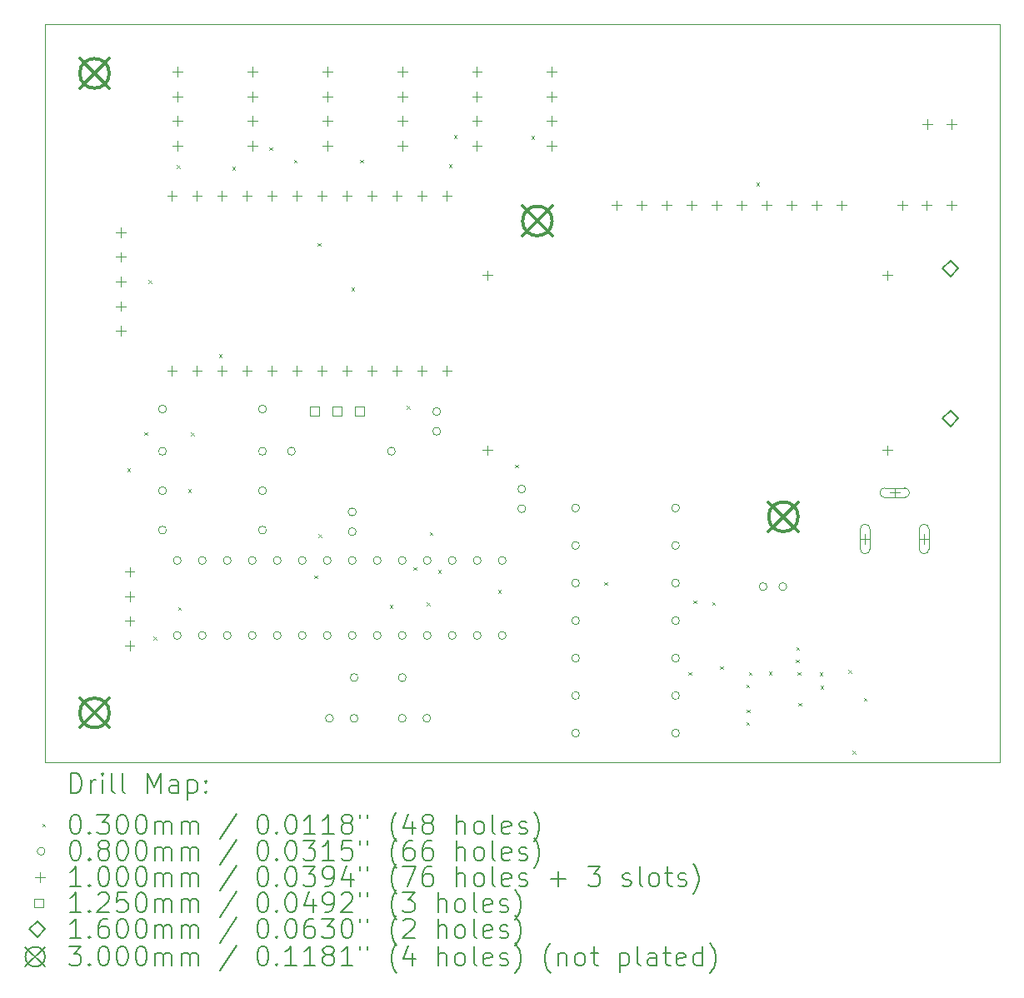
<source format=gbr>
%TF.GenerationSoftware,KiCad,Pcbnew,8.0.2*%
%TF.CreationDate,2024-12-07T14:58:42+07:00*%
%TF.ProjectId,bit-v5.1.1,6269742d-7635-42e3-912e-312e6b696361,rev?*%
%TF.SameCoordinates,Original*%
%TF.FileFunction,Drillmap*%
%TF.FilePolarity,Positive*%
%FSLAX45Y45*%
G04 Gerber Fmt 4.5, Leading zero omitted, Abs format (unit mm)*
G04 Created by KiCad (PCBNEW 8.0.2) date 2024-12-07 14:58:42*
%MOMM*%
%LPD*%
G01*
G04 APERTURE LIST*
%ADD10C,0.050000*%
%ADD11C,0.200000*%
%ADD12C,0.100000*%
%ADD13C,0.125000*%
%ADD14C,0.160000*%
%ADD15C,0.300000*%
G04 APERTURE END LIST*
D10*
X10659472Y-6283668D02*
X20359472Y-6283668D01*
X20359472Y-13783668D01*
X10659472Y-13783668D01*
X10659472Y-6283668D01*
D11*
D12*
X11494000Y-10800000D02*
X11524000Y-10830000D01*
X11524000Y-10800000D02*
X11494000Y-10830000D01*
X11665000Y-10432000D02*
X11695000Y-10462000D01*
X11695000Y-10432000D02*
X11665000Y-10462000D01*
X11710000Y-8885000D02*
X11740000Y-8915000D01*
X11740000Y-8885000D02*
X11710000Y-8915000D01*
X11760000Y-12510000D02*
X11790000Y-12540000D01*
X11790000Y-12510000D02*
X11760000Y-12540000D01*
X11996000Y-7716000D02*
X12026000Y-7746000D01*
X12026000Y-7716000D02*
X11996000Y-7746000D01*
X12010000Y-12210000D02*
X12040000Y-12240000D01*
X12040000Y-12210000D02*
X12010000Y-12240000D01*
X12110000Y-11010000D02*
X12140000Y-11040000D01*
X12140000Y-11010000D02*
X12110000Y-11040000D01*
X12139000Y-10433000D02*
X12169000Y-10463000D01*
X12169000Y-10433000D02*
X12139000Y-10463000D01*
X12424000Y-9638000D02*
X12454000Y-9668000D01*
X12454000Y-9638000D02*
X12424000Y-9668000D01*
X12560000Y-7735000D02*
X12590000Y-7765000D01*
X12590000Y-7735000D02*
X12560000Y-7765000D01*
X12935000Y-7535000D02*
X12965000Y-7565000D01*
X12965000Y-7535000D02*
X12935000Y-7565000D01*
X13185000Y-7660000D02*
X13215000Y-7690000D01*
X13215000Y-7660000D02*
X13185000Y-7690000D01*
X13392000Y-11887000D02*
X13422000Y-11917000D01*
X13422000Y-11887000D02*
X13392000Y-11917000D01*
X13425000Y-8510000D02*
X13455000Y-8540000D01*
X13455000Y-8510000D02*
X13425000Y-8540000D01*
X13434000Y-11466000D02*
X13464000Y-11496000D01*
X13464000Y-11466000D02*
X13434000Y-11496000D01*
X13770000Y-8960000D02*
X13800000Y-8990000D01*
X13800000Y-8960000D02*
X13770000Y-8990000D01*
X13860000Y-7660000D02*
X13890000Y-7690000D01*
X13890000Y-7660000D02*
X13860000Y-7690000D01*
X14160000Y-12185000D02*
X14190000Y-12215000D01*
X14190000Y-12185000D02*
X14160000Y-12215000D01*
X14331000Y-10162000D02*
X14361000Y-10192000D01*
X14361000Y-10162000D02*
X14331000Y-10192000D01*
X14400000Y-11800500D02*
X14430000Y-11830500D01*
X14430000Y-11800500D02*
X14400000Y-11830500D01*
X14535000Y-12160000D02*
X14565000Y-12190000D01*
X14565000Y-12160000D02*
X14535000Y-12190000D01*
X14564000Y-11446000D02*
X14594000Y-11476000D01*
X14594000Y-11446000D02*
X14564000Y-11476000D01*
X14651000Y-11830000D02*
X14681000Y-11860000D01*
X14681000Y-11830000D02*
X14651000Y-11860000D01*
X14760000Y-7710000D02*
X14790000Y-7740000D01*
X14790000Y-7710000D02*
X14760000Y-7740000D01*
X14810000Y-7410000D02*
X14840000Y-7440000D01*
X14840000Y-7410000D02*
X14810000Y-7440000D01*
X15260000Y-12035000D02*
X15290000Y-12065000D01*
X15290000Y-12035000D02*
X15260000Y-12065000D01*
X15432960Y-10760000D02*
X15462960Y-10790000D01*
X15462960Y-10760000D02*
X15432960Y-10790000D01*
X15600000Y-7422000D02*
X15630000Y-7452000D01*
X15630000Y-7422000D02*
X15600000Y-7452000D01*
X16339000Y-11953000D02*
X16369000Y-11983000D01*
X16369000Y-11953000D02*
X16339000Y-11983000D01*
X17196040Y-12867880D02*
X17226040Y-12897880D01*
X17226040Y-12867880D02*
X17196040Y-12897880D01*
X17245500Y-12141000D02*
X17275500Y-12171000D01*
X17275500Y-12141000D02*
X17245500Y-12171000D01*
X17436000Y-12159000D02*
X17466000Y-12189000D01*
X17466000Y-12159000D02*
X17436000Y-12189000D01*
X17515500Y-12810000D02*
X17545500Y-12840000D01*
X17545500Y-12810000D02*
X17515500Y-12840000D01*
X17784632Y-12996508D02*
X17814632Y-13026508D01*
X17814632Y-12996508D02*
X17784632Y-13026508D01*
X17784632Y-13374968D02*
X17814632Y-13404968D01*
X17814632Y-13374968D02*
X17784632Y-13404968D01*
X17787172Y-13250508D02*
X17817172Y-13280508D01*
X17817172Y-13250508D02*
X17787172Y-13280508D01*
X17810032Y-12866968D02*
X17840032Y-12896968D01*
X17840032Y-12866968D02*
X17810032Y-12896968D01*
X17885000Y-7896000D02*
X17915000Y-7926000D01*
X17915000Y-7896000D02*
X17885000Y-7926000D01*
X18012000Y-12864000D02*
X18042000Y-12894000D01*
X18042000Y-12864000D02*
X18012000Y-12894000D01*
X18287552Y-12739968D02*
X18317552Y-12769968D01*
X18317552Y-12739968D02*
X18287552Y-12769968D01*
X18292632Y-12612968D02*
X18322632Y-12642968D01*
X18322632Y-12612968D02*
X18292632Y-12642968D01*
X18305332Y-12866968D02*
X18335332Y-12896968D01*
X18335332Y-12866968D02*
X18305332Y-12896968D01*
X18310500Y-13183500D02*
X18340500Y-13213500D01*
X18340500Y-13183500D02*
X18310500Y-13213500D01*
X18527232Y-12872968D02*
X18557232Y-12902968D01*
X18557232Y-12872968D02*
X18527232Y-12902968D01*
X18537000Y-13009000D02*
X18567000Y-13039000D01*
X18567000Y-13009000D02*
X18537000Y-13039000D01*
X18819000Y-12849000D02*
X18849000Y-12879000D01*
X18849000Y-12849000D02*
X18819000Y-12879000D01*
X18864000Y-13668000D02*
X18894000Y-13698000D01*
X18894000Y-13668000D02*
X18864000Y-13698000D01*
X18978000Y-13130000D02*
X19008000Y-13160000D01*
X19008000Y-13130000D02*
X18978000Y-13160000D01*
X11890000Y-10195000D02*
G75*
G02*
X11810000Y-10195000I-40000J0D01*
G01*
X11810000Y-10195000D02*
G75*
G02*
X11890000Y-10195000I40000J0D01*
G01*
X11890000Y-10625000D02*
G75*
G02*
X11810000Y-10625000I-40000J0D01*
G01*
X11810000Y-10625000D02*
G75*
G02*
X11890000Y-10625000I40000J0D01*
G01*
X11890000Y-11025000D02*
G75*
G02*
X11810000Y-11025000I-40000J0D01*
G01*
X11810000Y-11025000D02*
G75*
G02*
X11890000Y-11025000I40000J0D01*
G01*
X11890000Y-11425000D02*
G75*
G02*
X11810000Y-11425000I-40000J0D01*
G01*
X11810000Y-11425000D02*
G75*
G02*
X11890000Y-11425000I40000J0D01*
G01*
X12040000Y-11735500D02*
G75*
G02*
X11960000Y-11735500I-40000J0D01*
G01*
X11960000Y-11735500D02*
G75*
G02*
X12040000Y-11735500I40000J0D01*
G01*
X12040000Y-12497500D02*
G75*
G02*
X11960000Y-12497500I-40000J0D01*
G01*
X11960000Y-12497500D02*
G75*
G02*
X12040000Y-12497500I40000J0D01*
G01*
X12294000Y-11735500D02*
G75*
G02*
X12214000Y-11735500I-40000J0D01*
G01*
X12214000Y-11735500D02*
G75*
G02*
X12294000Y-11735500I40000J0D01*
G01*
X12294000Y-12497500D02*
G75*
G02*
X12214000Y-12497500I-40000J0D01*
G01*
X12214000Y-12497500D02*
G75*
G02*
X12294000Y-12497500I40000J0D01*
G01*
X12548000Y-11735500D02*
G75*
G02*
X12468000Y-11735500I-40000J0D01*
G01*
X12468000Y-11735500D02*
G75*
G02*
X12548000Y-11735500I40000J0D01*
G01*
X12548000Y-12497500D02*
G75*
G02*
X12468000Y-12497500I-40000J0D01*
G01*
X12468000Y-12497500D02*
G75*
G02*
X12548000Y-12497500I40000J0D01*
G01*
X12802000Y-11735500D02*
G75*
G02*
X12722000Y-11735500I-40000J0D01*
G01*
X12722000Y-11735500D02*
G75*
G02*
X12802000Y-11735500I40000J0D01*
G01*
X12802000Y-12497500D02*
G75*
G02*
X12722000Y-12497500I-40000J0D01*
G01*
X12722000Y-12497500D02*
G75*
G02*
X12802000Y-12497500I40000J0D01*
G01*
X12906000Y-10195000D02*
G75*
G02*
X12826000Y-10195000I-40000J0D01*
G01*
X12826000Y-10195000D02*
G75*
G02*
X12906000Y-10195000I40000J0D01*
G01*
X12906000Y-10625000D02*
G75*
G02*
X12826000Y-10625000I-40000J0D01*
G01*
X12826000Y-10625000D02*
G75*
G02*
X12906000Y-10625000I40000J0D01*
G01*
X12906000Y-11025000D02*
G75*
G02*
X12826000Y-11025000I-40000J0D01*
G01*
X12826000Y-11025000D02*
G75*
G02*
X12906000Y-11025000I40000J0D01*
G01*
X12906000Y-11425000D02*
G75*
G02*
X12826000Y-11425000I-40000J0D01*
G01*
X12826000Y-11425000D02*
G75*
G02*
X12906000Y-11425000I40000J0D01*
G01*
X13056000Y-11735500D02*
G75*
G02*
X12976000Y-11735500I-40000J0D01*
G01*
X12976000Y-11735500D02*
G75*
G02*
X13056000Y-11735500I40000J0D01*
G01*
X13056000Y-12497500D02*
G75*
G02*
X12976000Y-12497500I-40000J0D01*
G01*
X12976000Y-12497500D02*
G75*
G02*
X13056000Y-12497500I40000J0D01*
G01*
X13200000Y-10624000D02*
G75*
G02*
X13120000Y-10624000I-40000J0D01*
G01*
X13120000Y-10624000D02*
G75*
G02*
X13200000Y-10624000I40000J0D01*
G01*
X13310000Y-11735500D02*
G75*
G02*
X13230000Y-11735500I-40000J0D01*
G01*
X13230000Y-11735500D02*
G75*
G02*
X13310000Y-11735500I40000J0D01*
G01*
X13310000Y-12497500D02*
G75*
G02*
X13230000Y-12497500I-40000J0D01*
G01*
X13230000Y-12497500D02*
G75*
G02*
X13310000Y-12497500I40000J0D01*
G01*
X13564000Y-11735500D02*
G75*
G02*
X13484000Y-11735500I-40000J0D01*
G01*
X13484000Y-11735500D02*
G75*
G02*
X13564000Y-11735500I40000J0D01*
G01*
X13564000Y-12497500D02*
G75*
G02*
X13484000Y-12497500I-40000J0D01*
G01*
X13484000Y-12497500D02*
G75*
G02*
X13564000Y-12497500I40000J0D01*
G01*
X13586500Y-13339000D02*
G75*
G02*
X13506500Y-13339000I-40000J0D01*
G01*
X13506500Y-13339000D02*
G75*
G02*
X13586500Y-13339000I40000J0D01*
G01*
X13818000Y-11241000D02*
G75*
G02*
X13738000Y-11241000I-40000J0D01*
G01*
X13738000Y-11241000D02*
G75*
G02*
X13818000Y-11241000I40000J0D01*
G01*
X13818000Y-11441000D02*
G75*
G02*
X13738000Y-11441000I-40000J0D01*
G01*
X13738000Y-11441000D02*
G75*
G02*
X13818000Y-11441000I40000J0D01*
G01*
X13818000Y-11735500D02*
G75*
G02*
X13738000Y-11735500I-40000J0D01*
G01*
X13738000Y-11735500D02*
G75*
G02*
X13818000Y-11735500I40000J0D01*
G01*
X13818000Y-12497500D02*
G75*
G02*
X13738000Y-12497500I-40000J0D01*
G01*
X13738000Y-12497500D02*
G75*
G02*
X13818000Y-12497500I40000J0D01*
G01*
X13836500Y-13339000D02*
G75*
G02*
X13756500Y-13339000I-40000J0D01*
G01*
X13756500Y-13339000D02*
G75*
G02*
X13836500Y-13339000I40000J0D01*
G01*
X13838000Y-12925000D02*
G75*
G02*
X13758000Y-12925000I-40000J0D01*
G01*
X13758000Y-12925000D02*
G75*
G02*
X13838000Y-12925000I40000J0D01*
G01*
X14072000Y-11735500D02*
G75*
G02*
X13992000Y-11735500I-40000J0D01*
G01*
X13992000Y-11735500D02*
G75*
G02*
X14072000Y-11735500I40000J0D01*
G01*
X14072000Y-12497500D02*
G75*
G02*
X13992000Y-12497500I-40000J0D01*
G01*
X13992000Y-12497500D02*
G75*
G02*
X14072000Y-12497500I40000J0D01*
G01*
X14216000Y-10624000D02*
G75*
G02*
X14136000Y-10624000I-40000J0D01*
G01*
X14136000Y-10624000D02*
G75*
G02*
X14216000Y-10624000I40000J0D01*
G01*
X14326000Y-11735500D02*
G75*
G02*
X14246000Y-11735500I-40000J0D01*
G01*
X14246000Y-11735500D02*
G75*
G02*
X14326000Y-11735500I40000J0D01*
G01*
X14326000Y-12497500D02*
G75*
G02*
X14246000Y-12497500I-40000J0D01*
G01*
X14246000Y-12497500D02*
G75*
G02*
X14326000Y-12497500I40000J0D01*
G01*
X14326000Y-12925000D02*
G75*
G02*
X14246000Y-12925000I-40000J0D01*
G01*
X14246000Y-12925000D02*
G75*
G02*
X14326000Y-12925000I40000J0D01*
G01*
X14326000Y-13338000D02*
G75*
G02*
X14246000Y-13338000I-40000J0D01*
G01*
X14246000Y-13338000D02*
G75*
G02*
X14326000Y-13338000I40000J0D01*
G01*
X14576000Y-13338000D02*
G75*
G02*
X14496000Y-13338000I-40000J0D01*
G01*
X14496000Y-13338000D02*
G75*
G02*
X14576000Y-13338000I40000J0D01*
G01*
X14580000Y-11735500D02*
G75*
G02*
X14500000Y-11735500I-40000J0D01*
G01*
X14500000Y-11735500D02*
G75*
G02*
X14580000Y-11735500I40000J0D01*
G01*
X14580000Y-12497500D02*
G75*
G02*
X14500000Y-12497500I-40000J0D01*
G01*
X14500000Y-12497500D02*
G75*
G02*
X14580000Y-12497500I40000J0D01*
G01*
X14676000Y-10222000D02*
G75*
G02*
X14596000Y-10222000I-40000J0D01*
G01*
X14596000Y-10222000D02*
G75*
G02*
X14676000Y-10222000I40000J0D01*
G01*
X14676000Y-10422000D02*
G75*
G02*
X14596000Y-10422000I-40000J0D01*
G01*
X14596000Y-10422000D02*
G75*
G02*
X14676000Y-10422000I40000J0D01*
G01*
X14834000Y-11735500D02*
G75*
G02*
X14754000Y-11735500I-40000J0D01*
G01*
X14754000Y-11735500D02*
G75*
G02*
X14834000Y-11735500I40000J0D01*
G01*
X14834000Y-12497500D02*
G75*
G02*
X14754000Y-12497500I-40000J0D01*
G01*
X14754000Y-12497500D02*
G75*
G02*
X14834000Y-12497500I40000J0D01*
G01*
X15088000Y-11735500D02*
G75*
G02*
X15008000Y-11735500I-40000J0D01*
G01*
X15008000Y-11735500D02*
G75*
G02*
X15088000Y-11735500I40000J0D01*
G01*
X15088000Y-12497500D02*
G75*
G02*
X15008000Y-12497500I-40000J0D01*
G01*
X15008000Y-12497500D02*
G75*
G02*
X15088000Y-12497500I40000J0D01*
G01*
X15342000Y-11735500D02*
G75*
G02*
X15262000Y-11735500I-40000J0D01*
G01*
X15262000Y-11735500D02*
G75*
G02*
X15342000Y-11735500I40000J0D01*
G01*
X15342000Y-12497500D02*
G75*
G02*
X15262000Y-12497500I-40000J0D01*
G01*
X15262000Y-12497500D02*
G75*
G02*
X15342000Y-12497500I40000J0D01*
G01*
X15541000Y-11009000D02*
G75*
G02*
X15461000Y-11009000I-40000J0D01*
G01*
X15461000Y-11009000D02*
G75*
G02*
X15541000Y-11009000I40000J0D01*
G01*
X15541000Y-11209000D02*
G75*
G02*
X15461000Y-11209000I-40000J0D01*
G01*
X15461000Y-11209000D02*
G75*
G02*
X15541000Y-11209000I40000J0D01*
G01*
X16088000Y-11201000D02*
G75*
G02*
X16008000Y-11201000I-40000J0D01*
G01*
X16008000Y-11201000D02*
G75*
G02*
X16088000Y-11201000I40000J0D01*
G01*
X16088000Y-11582423D02*
G75*
G02*
X16008000Y-11582423I-40000J0D01*
G01*
X16008000Y-11582423D02*
G75*
G02*
X16088000Y-11582423I40000J0D01*
G01*
X16088000Y-11963847D02*
G75*
G02*
X16008000Y-11963847I-40000J0D01*
G01*
X16008000Y-11963847D02*
G75*
G02*
X16088000Y-11963847I40000J0D01*
G01*
X16088000Y-12345270D02*
G75*
G02*
X16008000Y-12345270I-40000J0D01*
G01*
X16008000Y-12345270D02*
G75*
G02*
X16088000Y-12345270I40000J0D01*
G01*
X16088000Y-12726693D02*
G75*
G02*
X16008000Y-12726693I-40000J0D01*
G01*
X16008000Y-12726693D02*
G75*
G02*
X16088000Y-12726693I40000J0D01*
G01*
X16088000Y-13107000D02*
G75*
G02*
X16008000Y-13107000I-40000J0D01*
G01*
X16008000Y-13107000D02*
G75*
G02*
X16088000Y-13107000I40000J0D01*
G01*
X16088000Y-13489540D02*
G75*
G02*
X16008000Y-13489540I-40000J0D01*
G01*
X16008000Y-13489540D02*
G75*
G02*
X16088000Y-13489540I40000J0D01*
G01*
X17104000Y-11201000D02*
G75*
G02*
X17024000Y-11201000I-40000J0D01*
G01*
X17024000Y-11201000D02*
G75*
G02*
X17104000Y-11201000I40000J0D01*
G01*
X17104000Y-11582423D02*
G75*
G02*
X17024000Y-11582423I-40000J0D01*
G01*
X17024000Y-11582423D02*
G75*
G02*
X17104000Y-11582423I40000J0D01*
G01*
X17104000Y-11963847D02*
G75*
G02*
X17024000Y-11963847I-40000J0D01*
G01*
X17024000Y-11963847D02*
G75*
G02*
X17104000Y-11963847I40000J0D01*
G01*
X17104000Y-12345270D02*
G75*
G02*
X17024000Y-12345270I-40000J0D01*
G01*
X17024000Y-12345270D02*
G75*
G02*
X17104000Y-12345270I40000J0D01*
G01*
X17104000Y-12726693D02*
G75*
G02*
X17024000Y-12726693I-40000J0D01*
G01*
X17024000Y-12726693D02*
G75*
G02*
X17104000Y-12726693I40000J0D01*
G01*
X17104000Y-13107000D02*
G75*
G02*
X17024000Y-13107000I-40000J0D01*
G01*
X17024000Y-13107000D02*
G75*
G02*
X17104000Y-13107000I40000J0D01*
G01*
X17104000Y-13489540D02*
G75*
G02*
X17024000Y-13489540I-40000J0D01*
G01*
X17024000Y-13489540D02*
G75*
G02*
X17104000Y-13489540I40000J0D01*
G01*
X17993380Y-12000000D02*
G75*
G02*
X17913380Y-12000000I-40000J0D01*
G01*
X17913380Y-12000000D02*
G75*
G02*
X17993380Y-12000000I40000J0D01*
G01*
X18193380Y-12000000D02*
G75*
G02*
X18113380Y-12000000I-40000J0D01*
G01*
X18113380Y-12000000D02*
G75*
G02*
X18193380Y-12000000I40000J0D01*
G01*
X11425000Y-8350000D02*
X11425000Y-8450000D01*
X11375000Y-8400000D02*
X11475000Y-8400000D01*
X11425000Y-8600000D02*
X11425000Y-8700000D01*
X11375000Y-8650000D02*
X11475000Y-8650000D01*
X11425000Y-8850000D02*
X11425000Y-8950000D01*
X11375000Y-8900000D02*
X11475000Y-8900000D01*
X11425000Y-9100000D02*
X11425000Y-9200000D01*
X11375000Y-9150000D02*
X11475000Y-9150000D01*
X11425000Y-9350000D02*
X11425000Y-9450000D01*
X11375000Y-9400000D02*
X11475000Y-9400000D01*
X11516360Y-11800000D02*
X11516360Y-11900000D01*
X11466360Y-11850000D02*
X11566360Y-11850000D01*
X11516360Y-12050000D02*
X11516360Y-12150000D01*
X11466360Y-12100000D02*
X11566360Y-12100000D01*
X11516360Y-12300000D02*
X11516360Y-12400000D01*
X11466360Y-12350000D02*
X11566360Y-12350000D01*
X11516360Y-12550000D02*
X11516360Y-12650000D01*
X11466360Y-12600000D02*
X11566360Y-12600000D01*
X11946650Y-7975000D02*
X11946650Y-8075000D01*
X11896650Y-8025000D02*
X11996650Y-8025000D01*
X11946650Y-9753000D02*
X11946650Y-9853000D01*
X11896650Y-9803000D02*
X11996650Y-9803000D01*
X12005500Y-6719000D02*
X12005500Y-6819000D01*
X11955500Y-6769000D02*
X12055500Y-6769000D01*
X12005500Y-6969000D02*
X12005500Y-7069000D01*
X11955500Y-7019000D02*
X12055500Y-7019000D01*
X12005500Y-7219000D02*
X12005500Y-7319000D01*
X11955500Y-7269000D02*
X12055500Y-7269000D01*
X12005500Y-7469000D02*
X12005500Y-7569000D01*
X11955500Y-7519000D02*
X12055500Y-7519000D01*
X12200650Y-7975000D02*
X12200650Y-8075000D01*
X12150650Y-8025000D02*
X12250650Y-8025000D01*
X12200650Y-9753000D02*
X12200650Y-9853000D01*
X12150650Y-9803000D02*
X12250650Y-9803000D01*
X12454650Y-7975000D02*
X12454650Y-8075000D01*
X12404650Y-8025000D02*
X12504650Y-8025000D01*
X12454650Y-9753000D02*
X12454650Y-9853000D01*
X12404650Y-9803000D02*
X12504650Y-9803000D01*
X12708650Y-7975000D02*
X12708650Y-8075000D01*
X12658650Y-8025000D02*
X12758650Y-8025000D01*
X12708650Y-9753000D02*
X12708650Y-9853000D01*
X12658650Y-9803000D02*
X12758650Y-9803000D01*
X12765500Y-6719000D02*
X12765500Y-6819000D01*
X12715500Y-6769000D02*
X12815500Y-6769000D01*
X12765500Y-6969000D02*
X12765500Y-7069000D01*
X12715500Y-7019000D02*
X12815500Y-7019000D01*
X12765500Y-7219000D02*
X12765500Y-7319000D01*
X12715500Y-7269000D02*
X12815500Y-7269000D01*
X12765500Y-7469000D02*
X12765500Y-7569000D01*
X12715500Y-7519000D02*
X12815500Y-7519000D01*
X12962650Y-7975000D02*
X12962650Y-8075000D01*
X12912650Y-8025000D02*
X13012650Y-8025000D01*
X12962650Y-9753000D02*
X12962650Y-9853000D01*
X12912650Y-9803000D02*
X13012650Y-9803000D01*
X13216650Y-7975000D02*
X13216650Y-8075000D01*
X13166650Y-8025000D02*
X13266650Y-8025000D01*
X13216650Y-9753000D02*
X13216650Y-9853000D01*
X13166650Y-9803000D02*
X13266650Y-9803000D01*
X13470650Y-7975000D02*
X13470650Y-8075000D01*
X13420650Y-8025000D02*
X13520650Y-8025000D01*
X13470650Y-9753000D02*
X13470650Y-9853000D01*
X13420650Y-9803000D02*
X13520650Y-9803000D01*
X13525500Y-6719000D02*
X13525500Y-6819000D01*
X13475500Y-6769000D02*
X13575500Y-6769000D01*
X13525500Y-6969000D02*
X13525500Y-7069000D01*
X13475500Y-7019000D02*
X13575500Y-7019000D01*
X13525500Y-7219000D02*
X13525500Y-7319000D01*
X13475500Y-7269000D02*
X13575500Y-7269000D01*
X13525500Y-7469000D02*
X13525500Y-7569000D01*
X13475500Y-7519000D02*
X13575500Y-7519000D01*
X13724650Y-7975000D02*
X13724650Y-8075000D01*
X13674650Y-8025000D02*
X13774650Y-8025000D01*
X13724650Y-9753000D02*
X13724650Y-9853000D01*
X13674650Y-9803000D02*
X13774650Y-9803000D01*
X13978650Y-7975000D02*
X13978650Y-8075000D01*
X13928650Y-8025000D02*
X14028650Y-8025000D01*
X13978650Y-9753000D02*
X13978650Y-9853000D01*
X13928650Y-9803000D02*
X14028650Y-9803000D01*
X14232650Y-7975000D02*
X14232650Y-8075000D01*
X14182650Y-8025000D02*
X14282650Y-8025000D01*
X14232650Y-9753000D02*
X14232650Y-9853000D01*
X14182650Y-9803000D02*
X14282650Y-9803000D01*
X14285500Y-6719000D02*
X14285500Y-6819000D01*
X14235500Y-6769000D02*
X14335500Y-6769000D01*
X14285500Y-6969000D02*
X14285500Y-7069000D01*
X14235500Y-7019000D02*
X14335500Y-7019000D01*
X14285500Y-7219000D02*
X14285500Y-7319000D01*
X14235500Y-7269000D02*
X14335500Y-7269000D01*
X14285500Y-7469000D02*
X14285500Y-7569000D01*
X14235500Y-7519000D02*
X14335500Y-7519000D01*
X14486650Y-7975000D02*
X14486650Y-8075000D01*
X14436650Y-8025000D02*
X14536650Y-8025000D01*
X14486650Y-9753000D02*
X14486650Y-9853000D01*
X14436650Y-9803000D02*
X14536650Y-9803000D01*
X14740650Y-7975000D02*
X14740650Y-8075000D01*
X14690650Y-8025000D02*
X14790650Y-8025000D01*
X14740650Y-9753000D02*
X14740650Y-9853000D01*
X14690650Y-9803000D02*
X14790650Y-9803000D01*
X15045500Y-6719000D02*
X15045500Y-6819000D01*
X14995500Y-6769000D02*
X15095500Y-6769000D01*
X15045500Y-6969000D02*
X15045500Y-7069000D01*
X14995500Y-7019000D02*
X15095500Y-7019000D01*
X15045500Y-7219000D02*
X15045500Y-7319000D01*
X14995500Y-7269000D02*
X15095500Y-7269000D01*
X15045500Y-7469000D02*
X15045500Y-7569000D01*
X14995500Y-7519000D02*
X15095500Y-7519000D01*
X15153000Y-8786000D02*
X15153000Y-8886000D01*
X15103000Y-8836000D02*
X15203000Y-8836000D01*
X15153000Y-10564000D02*
X15153000Y-10664000D01*
X15103000Y-10614000D02*
X15203000Y-10614000D01*
X15805500Y-6719000D02*
X15805500Y-6819000D01*
X15755500Y-6769000D02*
X15855500Y-6769000D01*
X15805500Y-6969000D02*
X15805500Y-7069000D01*
X15755500Y-7019000D02*
X15855500Y-7019000D01*
X15805500Y-7219000D02*
X15805500Y-7319000D01*
X15755500Y-7269000D02*
X15855500Y-7269000D01*
X15805500Y-7469000D02*
X15805500Y-7569000D01*
X15755500Y-7519000D02*
X15855500Y-7519000D01*
X16464000Y-8075000D02*
X16464000Y-8175000D01*
X16414000Y-8125000D02*
X16514000Y-8125000D01*
X16718000Y-8075000D02*
X16718000Y-8175000D01*
X16668000Y-8125000D02*
X16768000Y-8125000D01*
X16972000Y-8075000D02*
X16972000Y-8175000D01*
X16922000Y-8125000D02*
X17022000Y-8125000D01*
X17226000Y-8075000D02*
X17226000Y-8175000D01*
X17176000Y-8125000D02*
X17276000Y-8125000D01*
X17480000Y-8075000D02*
X17480000Y-8175000D01*
X17430000Y-8125000D02*
X17530000Y-8125000D01*
X17734000Y-8075000D02*
X17734000Y-8175000D01*
X17684000Y-8125000D02*
X17784000Y-8125000D01*
X17988000Y-8075000D02*
X17988000Y-8175000D01*
X17938000Y-8125000D02*
X18038000Y-8125000D01*
X18242000Y-8075000D02*
X18242000Y-8175000D01*
X18192000Y-8125000D02*
X18292000Y-8125000D01*
X18496000Y-8075000D02*
X18496000Y-8175000D01*
X18446000Y-8125000D02*
X18546000Y-8125000D01*
X18750000Y-8075000D02*
X18750000Y-8175000D01*
X18700000Y-8125000D02*
X18800000Y-8125000D01*
X18989900Y-11466000D02*
X18989900Y-11566000D01*
X18939900Y-11516000D02*
X19039900Y-11516000D01*
X19039900Y-11616000D02*
X19039900Y-11416000D01*
X18939900Y-11416000D02*
G75*
G02*
X19039900Y-11416000I50000J0D01*
G01*
X18939900Y-11416000D02*
X18939900Y-11616000D01*
X18939900Y-11616000D02*
G75*
G03*
X19039900Y-11616000I50000J0D01*
G01*
X19217000Y-8786000D02*
X19217000Y-8886000D01*
X19167000Y-8836000D02*
X19267000Y-8836000D01*
X19217000Y-10564000D02*
X19217000Y-10664000D01*
X19167000Y-10614000D02*
X19267000Y-10614000D01*
X19289900Y-10996000D02*
X19289900Y-11096000D01*
X19239900Y-11046000D02*
X19339900Y-11046000D01*
X19389900Y-10996000D02*
X19189900Y-10996000D01*
X19189900Y-11096000D02*
G75*
G02*
X19189900Y-10996000I0J50000D01*
G01*
X19189900Y-11096000D02*
X19389900Y-11096000D01*
X19389900Y-11096000D02*
G75*
G03*
X19389900Y-10996000I0J50000D01*
G01*
X19366000Y-8075000D02*
X19366000Y-8175000D01*
X19316000Y-8125000D02*
X19416000Y-8125000D01*
X19589900Y-11466000D02*
X19589900Y-11566000D01*
X19539900Y-11516000D02*
X19639900Y-11516000D01*
X19639900Y-11616000D02*
X19639900Y-11416000D01*
X19539900Y-11416000D02*
G75*
G02*
X19639900Y-11416000I50000J0D01*
G01*
X19539900Y-11416000D02*
X19539900Y-11616000D01*
X19539900Y-11616000D02*
G75*
G03*
X19639900Y-11616000I50000J0D01*
G01*
X19616000Y-8075000D02*
X19616000Y-8175000D01*
X19566000Y-8125000D02*
X19666000Y-8125000D01*
X19620000Y-7250000D02*
X19620000Y-7350000D01*
X19570000Y-7300000D02*
X19670000Y-7300000D01*
X19866000Y-8075000D02*
X19866000Y-8175000D01*
X19816000Y-8125000D02*
X19916000Y-8125000D01*
X19870000Y-7250000D02*
X19870000Y-7350000D01*
X19820000Y-7300000D02*
X19920000Y-7300000D01*
D13*
X13439445Y-10260695D02*
X13439445Y-10172305D01*
X13351055Y-10172305D01*
X13351055Y-10260695D01*
X13439445Y-10260695D01*
X13668445Y-10260695D02*
X13668445Y-10172305D01*
X13580055Y-10172305D01*
X13580055Y-10260695D01*
X13668445Y-10260695D01*
X13897445Y-10260695D02*
X13897445Y-10172305D01*
X13809055Y-10172305D01*
X13809055Y-10260695D01*
X13897445Y-10260695D01*
D14*
X19856000Y-8847169D02*
X19936000Y-8767169D01*
X19856000Y-8687169D01*
X19776000Y-8767169D01*
X19856000Y-8847169D01*
X19856000Y-10371169D02*
X19936000Y-10291169D01*
X19856000Y-10211169D01*
X19776000Y-10291169D01*
X19856000Y-10371169D01*
D15*
X11009472Y-6633668D02*
X11309471Y-6933668D01*
X11309471Y-6633668D02*
X11009472Y-6933668D01*
X11309471Y-6783668D02*
G75*
G02*
X11009472Y-6783668I-150000J0D01*
G01*
X11009472Y-6783668D02*
G75*
G02*
X11309471Y-6783668I150000J0D01*
G01*
X11009472Y-13133668D02*
X11309471Y-13433668D01*
X11309471Y-13133668D02*
X11009472Y-13433668D01*
X11309471Y-13283668D02*
G75*
G02*
X11009472Y-13283668I-150000J0D01*
G01*
X11009472Y-13283668D02*
G75*
G02*
X11309471Y-13283668I150000J0D01*
G01*
X15509471Y-8133668D02*
X15809471Y-8433669D01*
X15809471Y-8133668D02*
X15509471Y-8433669D01*
X15809471Y-8283668D02*
G75*
G02*
X15509471Y-8283668I-150000J0D01*
G01*
X15509471Y-8283668D02*
G75*
G02*
X15809471Y-8283668I150000J0D01*
G01*
X18009472Y-11140000D02*
X18309472Y-11440000D01*
X18309472Y-11140000D02*
X18009472Y-11440000D01*
X18309472Y-11290000D02*
G75*
G02*
X18009472Y-11290000I-150000J0D01*
G01*
X18009472Y-11290000D02*
G75*
G02*
X18309472Y-11290000I150000J0D01*
G01*
D11*
X10917748Y-14097652D02*
X10917748Y-13897652D01*
X10917748Y-13897652D02*
X10965367Y-13897652D01*
X10965367Y-13897652D02*
X10993939Y-13907176D01*
X10993939Y-13907176D02*
X11012986Y-13926224D01*
X11012986Y-13926224D02*
X11022510Y-13945271D01*
X11022510Y-13945271D02*
X11032034Y-13983366D01*
X11032034Y-13983366D02*
X11032034Y-14011938D01*
X11032034Y-14011938D02*
X11022510Y-14050033D01*
X11022510Y-14050033D02*
X11012986Y-14069081D01*
X11012986Y-14069081D02*
X10993939Y-14088128D01*
X10993939Y-14088128D02*
X10965367Y-14097652D01*
X10965367Y-14097652D02*
X10917748Y-14097652D01*
X11117748Y-14097652D02*
X11117748Y-13964319D01*
X11117748Y-14002414D02*
X11127272Y-13983366D01*
X11127272Y-13983366D02*
X11136796Y-13973843D01*
X11136796Y-13973843D02*
X11155844Y-13964319D01*
X11155844Y-13964319D02*
X11174891Y-13964319D01*
X11241558Y-14097652D02*
X11241558Y-13964319D01*
X11241558Y-13897652D02*
X11232034Y-13907176D01*
X11232034Y-13907176D02*
X11241558Y-13916700D01*
X11241558Y-13916700D02*
X11251082Y-13907176D01*
X11251082Y-13907176D02*
X11241558Y-13897652D01*
X11241558Y-13897652D02*
X11241558Y-13916700D01*
X11365367Y-14097652D02*
X11346320Y-14088128D01*
X11346320Y-14088128D02*
X11336796Y-14069081D01*
X11336796Y-14069081D02*
X11336796Y-13897652D01*
X11470129Y-14097652D02*
X11451082Y-14088128D01*
X11451082Y-14088128D02*
X11441558Y-14069081D01*
X11441558Y-14069081D02*
X11441558Y-13897652D01*
X11698701Y-14097652D02*
X11698701Y-13897652D01*
X11698701Y-13897652D02*
X11765367Y-14040509D01*
X11765367Y-14040509D02*
X11832034Y-13897652D01*
X11832034Y-13897652D02*
X11832034Y-14097652D01*
X12012986Y-14097652D02*
X12012986Y-13992890D01*
X12012986Y-13992890D02*
X12003463Y-13973843D01*
X12003463Y-13973843D02*
X11984415Y-13964319D01*
X11984415Y-13964319D02*
X11946320Y-13964319D01*
X11946320Y-13964319D02*
X11927272Y-13973843D01*
X12012986Y-14088128D02*
X11993939Y-14097652D01*
X11993939Y-14097652D02*
X11946320Y-14097652D01*
X11946320Y-14097652D02*
X11927272Y-14088128D01*
X11927272Y-14088128D02*
X11917748Y-14069081D01*
X11917748Y-14069081D02*
X11917748Y-14050033D01*
X11917748Y-14050033D02*
X11927272Y-14030986D01*
X11927272Y-14030986D02*
X11946320Y-14021462D01*
X11946320Y-14021462D02*
X11993939Y-14021462D01*
X11993939Y-14021462D02*
X12012986Y-14011938D01*
X12108224Y-13964319D02*
X12108224Y-14164319D01*
X12108224Y-13973843D02*
X12127272Y-13964319D01*
X12127272Y-13964319D02*
X12165367Y-13964319D01*
X12165367Y-13964319D02*
X12184415Y-13973843D01*
X12184415Y-13973843D02*
X12193939Y-13983366D01*
X12193939Y-13983366D02*
X12203463Y-14002414D01*
X12203463Y-14002414D02*
X12203463Y-14059557D01*
X12203463Y-14059557D02*
X12193939Y-14078605D01*
X12193939Y-14078605D02*
X12184415Y-14088128D01*
X12184415Y-14088128D02*
X12165367Y-14097652D01*
X12165367Y-14097652D02*
X12127272Y-14097652D01*
X12127272Y-14097652D02*
X12108224Y-14088128D01*
X12289177Y-14078605D02*
X12298701Y-14088128D01*
X12298701Y-14088128D02*
X12289177Y-14097652D01*
X12289177Y-14097652D02*
X12279653Y-14088128D01*
X12279653Y-14088128D02*
X12289177Y-14078605D01*
X12289177Y-14078605D02*
X12289177Y-14097652D01*
X12289177Y-13973843D02*
X12298701Y-13983366D01*
X12298701Y-13983366D02*
X12289177Y-13992890D01*
X12289177Y-13992890D02*
X12279653Y-13983366D01*
X12279653Y-13983366D02*
X12289177Y-13973843D01*
X12289177Y-13973843D02*
X12289177Y-13992890D01*
D12*
X10626972Y-14411168D02*
X10656972Y-14441168D01*
X10656972Y-14411168D02*
X10626972Y-14441168D01*
D11*
X10955844Y-14317652D02*
X10974891Y-14317652D01*
X10974891Y-14317652D02*
X10993939Y-14327176D01*
X10993939Y-14327176D02*
X11003463Y-14336700D01*
X11003463Y-14336700D02*
X11012986Y-14355747D01*
X11012986Y-14355747D02*
X11022510Y-14393843D01*
X11022510Y-14393843D02*
X11022510Y-14441462D01*
X11022510Y-14441462D02*
X11012986Y-14479557D01*
X11012986Y-14479557D02*
X11003463Y-14498605D01*
X11003463Y-14498605D02*
X10993939Y-14508128D01*
X10993939Y-14508128D02*
X10974891Y-14517652D01*
X10974891Y-14517652D02*
X10955844Y-14517652D01*
X10955844Y-14517652D02*
X10936796Y-14508128D01*
X10936796Y-14508128D02*
X10927272Y-14498605D01*
X10927272Y-14498605D02*
X10917748Y-14479557D01*
X10917748Y-14479557D02*
X10908225Y-14441462D01*
X10908225Y-14441462D02*
X10908225Y-14393843D01*
X10908225Y-14393843D02*
X10917748Y-14355747D01*
X10917748Y-14355747D02*
X10927272Y-14336700D01*
X10927272Y-14336700D02*
X10936796Y-14327176D01*
X10936796Y-14327176D02*
X10955844Y-14317652D01*
X11108225Y-14498605D02*
X11117748Y-14508128D01*
X11117748Y-14508128D02*
X11108225Y-14517652D01*
X11108225Y-14517652D02*
X11098701Y-14508128D01*
X11098701Y-14508128D02*
X11108225Y-14498605D01*
X11108225Y-14498605D02*
X11108225Y-14517652D01*
X11184415Y-14317652D02*
X11308224Y-14317652D01*
X11308224Y-14317652D02*
X11241558Y-14393843D01*
X11241558Y-14393843D02*
X11270129Y-14393843D01*
X11270129Y-14393843D02*
X11289177Y-14403366D01*
X11289177Y-14403366D02*
X11298701Y-14412890D01*
X11298701Y-14412890D02*
X11308224Y-14431938D01*
X11308224Y-14431938D02*
X11308224Y-14479557D01*
X11308224Y-14479557D02*
X11298701Y-14498605D01*
X11298701Y-14498605D02*
X11289177Y-14508128D01*
X11289177Y-14508128D02*
X11270129Y-14517652D01*
X11270129Y-14517652D02*
X11212986Y-14517652D01*
X11212986Y-14517652D02*
X11193939Y-14508128D01*
X11193939Y-14508128D02*
X11184415Y-14498605D01*
X11432034Y-14317652D02*
X11451082Y-14317652D01*
X11451082Y-14317652D02*
X11470129Y-14327176D01*
X11470129Y-14327176D02*
X11479653Y-14336700D01*
X11479653Y-14336700D02*
X11489177Y-14355747D01*
X11489177Y-14355747D02*
X11498701Y-14393843D01*
X11498701Y-14393843D02*
X11498701Y-14441462D01*
X11498701Y-14441462D02*
X11489177Y-14479557D01*
X11489177Y-14479557D02*
X11479653Y-14498605D01*
X11479653Y-14498605D02*
X11470129Y-14508128D01*
X11470129Y-14508128D02*
X11451082Y-14517652D01*
X11451082Y-14517652D02*
X11432034Y-14517652D01*
X11432034Y-14517652D02*
X11412986Y-14508128D01*
X11412986Y-14508128D02*
X11403463Y-14498605D01*
X11403463Y-14498605D02*
X11393939Y-14479557D01*
X11393939Y-14479557D02*
X11384415Y-14441462D01*
X11384415Y-14441462D02*
X11384415Y-14393843D01*
X11384415Y-14393843D02*
X11393939Y-14355747D01*
X11393939Y-14355747D02*
X11403463Y-14336700D01*
X11403463Y-14336700D02*
X11412986Y-14327176D01*
X11412986Y-14327176D02*
X11432034Y-14317652D01*
X11622510Y-14317652D02*
X11641558Y-14317652D01*
X11641558Y-14317652D02*
X11660605Y-14327176D01*
X11660605Y-14327176D02*
X11670129Y-14336700D01*
X11670129Y-14336700D02*
X11679653Y-14355747D01*
X11679653Y-14355747D02*
X11689177Y-14393843D01*
X11689177Y-14393843D02*
X11689177Y-14441462D01*
X11689177Y-14441462D02*
X11679653Y-14479557D01*
X11679653Y-14479557D02*
X11670129Y-14498605D01*
X11670129Y-14498605D02*
X11660605Y-14508128D01*
X11660605Y-14508128D02*
X11641558Y-14517652D01*
X11641558Y-14517652D02*
X11622510Y-14517652D01*
X11622510Y-14517652D02*
X11603463Y-14508128D01*
X11603463Y-14508128D02*
X11593939Y-14498605D01*
X11593939Y-14498605D02*
X11584415Y-14479557D01*
X11584415Y-14479557D02*
X11574891Y-14441462D01*
X11574891Y-14441462D02*
X11574891Y-14393843D01*
X11574891Y-14393843D02*
X11584415Y-14355747D01*
X11584415Y-14355747D02*
X11593939Y-14336700D01*
X11593939Y-14336700D02*
X11603463Y-14327176D01*
X11603463Y-14327176D02*
X11622510Y-14317652D01*
X11774891Y-14517652D02*
X11774891Y-14384319D01*
X11774891Y-14403366D02*
X11784415Y-14393843D01*
X11784415Y-14393843D02*
X11803463Y-14384319D01*
X11803463Y-14384319D02*
X11832034Y-14384319D01*
X11832034Y-14384319D02*
X11851082Y-14393843D01*
X11851082Y-14393843D02*
X11860605Y-14412890D01*
X11860605Y-14412890D02*
X11860605Y-14517652D01*
X11860605Y-14412890D02*
X11870129Y-14393843D01*
X11870129Y-14393843D02*
X11889177Y-14384319D01*
X11889177Y-14384319D02*
X11917748Y-14384319D01*
X11917748Y-14384319D02*
X11936796Y-14393843D01*
X11936796Y-14393843D02*
X11946320Y-14412890D01*
X11946320Y-14412890D02*
X11946320Y-14517652D01*
X12041558Y-14517652D02*
X12041558Y-14384319D01*
X12041558Y-14403366D02*
X12051082Y-14393843D01*
X12051082Y-14393843D02*
X12070129Y-14384319D01*
X12070129Y-14384319D02*
X12098701Y-14384319D01*
X12098701Y-14384319D02*
X12117748Y-14393843D01*
X12117748Y-14393843D02*
X12127272Y-14412890D01*
X12127272Y-14412890D02*
X12127272Y-14517652D01*
X12127272Y-14412890D02*
X12136796Y-14393843D01*
X12136796Y-14393843D02*
X12155844Y-14384319D01*
X12155844Y-14384319D02*
X12184415Y-14384319D01*
X12184415Y-14384319D02*
X12203463Y-14393843D01*
X12203463Y-14393843D02*
X12212986Y-14412890D01*
X12212986Y-14412890D02*
X12212986Y-14517652D01*
X12603463Y-14308128D02*
X12432034Y-14565271D01*
X12860606Y-14317652D02*
X12879653Y-14317652D01*
X12879653Y-14317652D02*
X12898701Y-14327176D01*
X12898701Y-14327176D02*
X12908225Y-14336700D01*
X12908225Y-14336700D02*
X12917748Y-14355747D01*
X12917748Y-14355747D02*
X12927272Y-14393843D01*
X12927272Y-14393843D02*
X12927272Y-14441462D01*
X12927272Y-14441462D02*
X12917748Y-14479557D01*
X12917748Y-14479557D02*
X12908225Y-14498605D01*
X12908225Y-14498605D02*
X12898701Y-14508128D01*
X12898701Y-14508128D02*
X12879653Y-14517652D01*
X12879653Y-14517652D02*
X12860606Y-14517652D01*
X12860606Y-14517652D02*
X12841558Y-14508128D01*
X12841558Y-14508128D02*
X12832034Y-14498605D01*
X12832034Y-14498605D02*
X12822510Y-14479557D01*
X12822510Y-14479557D02*
X12812987Y-14441462D01*
X12812987Y-14441462D02*
X12812987Y-14393843D01*
X12812987Y-14393843D02*
X12822510Y-14355747D01*
X12822510Y-14355747D02*
X12832034Y-14336700D01*
X12832034Y-14336700D02*
X12841558Y-14327176D01*
X12841558Y-14327176D02*
X12860606Y-14317652D01*
X13012987Y-14498605D02*
X13022510Y-14508128D01*
X13022510Y-14508128D02*
X13012987Y-14517652D01*
X13012987Y-14517652D02*
X13003463Y-14508128D01*
X13003463Y-14508128D02*
X13012987Y-14498605D01*
X13012987Y-14498605D02*
X13012987Y-14517652D01*
X13146320Y-14317652D02*
X13165368Y-14317652D01*
X13165368Y-14317652D02*
X13184415Y-14327176D01*
X13184415Y-14327176D02*
X13193939Y-14336700D01*
X13193939Y-14336700D02*
X13203463Y-14355747D01*
X13203463Y-14355747D02*
X13212987Y-14393843D01*
X13212987Y-14393843D02*
X13212987Y-14441462D01*
X13212987Y-14441462D02*
X13203463Y-14479557D01*
X13203463Y-14479557D02*
X13193939Y-14498605D01*
X13193939Y-14498605D02*
X13184415Y-14508128D01*
X13184415Y-14508128D02*
X13165368Y-14517652D01*
X13165368Y-14517652D02*
X13146320Y-14517652D01*
X13146320Y-14517652D02*
X13127272Y-14508128D01*
X13127272Y-14508128D02*
X13117748Y-14498605D01*
X13117748Y-14498605D02*
X13108225Y-14479557D01*
X13108225Y-14479557D02*
X13098701Y-14441462D01*
X13098701Y-14441462D02*
X13098701Y-14393843D01*
X13098701Y-14393843D02*
X13108225Y-14355747D01*
X13108225Y-14355747D02*
X13117748Y-14336700D01*
X13117748Y-14336700D02*
X13127272Y-14327176D01*
X13127272Y-14327176D02*
X13146320Y-14317652D01*
X13403463Y-14517652D02*
X13289177Y-14517652D01*
X13346320Y-14517652D02*
X13346320Y-14317652D01*
X13346320Y-14317652D02*
X13327272Y-14346224D01*
X13327272Y-14346224D02*
X13308225Y-14365271D01*
X13308225Y-14365271D02*
X13289177Y-14374795D01*
X13593939Y-14517652D02*
X13479653Y-14517652D01*
X13536796Y-14517652D02*
X13536796Y-14317652D01*
X13536796Y-14317652D02*
X13517748Y-14346224D01*
X13517748Y-14346224D02*
X13498701Y-14365271D01*
X13498701Y-14365271D02*
X13479653Y-14374795D01*
X13708225Y-14403366D02*
X13689177Y-14393843D01*
X13689177Y-14393843D02*
X13679653Y-14384319D01*
X13679653Y-14384319D02*
X13670129Y-14365271D01*
X13670129Y-14365271D02*
X13670129Y-14355747D01*
X13670129Y-14355747D02*
X13679653Y-14336700D01*
X13679653Y-14336700D02*
X13689177Y-14327176D01*
X13689177Y-14327176D02*
X13708225Y-14317652D01*
X13708225Y-14317652D02*
X13746320Y-14317652D01*
X13746320Y-14317652D02*
X13765368Y-14327176D01*
X13765368Y-14327176D02*
X13774891Y-14336700D01*
X13774891Y-14336700D02*
X13784415Y-14355747D01*
X13784415Y-14355747D02*
X13784415Y-14365271D01*
X13784415Y-14365271D02*
X13774891Y-14384319D01*
X13774891Y-14384319D02*
X13765368Y-14393843D01*
X13765368Y-14393843D02*
X13746320Y-14403366D01*
X13746320Y-14403366D02*
X13708225Y-14403366D01*
X13708225Y-14403366D02*
X13689177Y-14412890D01*
X13689177Y-14412890D02*
X13679653Y-14422414D01*
X13679653Y-14422414D02*
X13670129Y-14441462D01*
X13670129Y-14441462D02*
X13670129Y-14479557D01*
X13670129Y-14479557D02*
X13679653Y-14498605D01*
X13679653Y-14498605D02*
X13689177Y-14508128D01*
X13689177Y-14508128D02*
X13708225Y-14517652D01*
X13708225Y-14517652D02*
X13746320Y-14517652D01*
X13746320Y-14517652D02*
X13765368Y-14508128D01*
X13765368Y-14508128D02*
X13774891Y-14498605D01*
X13774891Y-14498605D02*
X13784415Y-14479557D01*
X13784415Y-14479557D02*
X13784415Y-14441462D01*
X13784415Y-14441462D02*
X13774891Y-14422414D01*
X13774891Y-14422414D02*
X13765368Y-14412890D01*
X13765368Y-14412890D02*
X13746320Y-14403366D01*
X13860606Y-14317652D02*
X13860606Y-14355747D01*
X13936796Y-14317652D02*
X13936796Y-14355747D01*
X14232034Y-14593843D02*
X14222510Y-14584319D01*
X14222510Y-14584319D02*
X14203463Y-14555747D01*
X14203463Y-14555747D02*
X14193939Y-14536700D01*
X14193939Y-14536700D02*
X14184415Y-14508128D01*
X14184415Y-14508128D02*
X14174891Y-14460509D01*
X14174891Y-14460509D02*
X14174891Y-14422414D01*
X14174891Y-14422414D02*
X14184415Y-14374795D01*
X14184415Y-14374795D02*
X14193939Y-14346224D01*
X14193939Y-14346224D02*
X14203463Y-14327176D01*
X14203463Y-14327176D02*
X14222510Y-14298605D01*
X14222510Y-14298605D02*
X14232034Y-14289081D01*
X14393939Y-14384319D02*
X14393939Y-14517652D01*
X14346320Y-14308128D02*
X14298701Y-14450986D01*
X14298701Y-14450986D02*
X14422510Y-14450986D01*
X14527272Y-14403366D02*
X14508225Y-14393843D01*
X14508225Y-14393843D02*
X14498701Y-14384319D01*
X14498701Y-14384319D02*
X14489177Y-14365271D01*
X14489177Y-14365271D02*
X14489177Y-14355747D01*
X14489177Y-14355747D02*
X14498701Y-14336700D01*
X14498701Y-14336700D02*
X14508225Y-14327176D01*
X14508225Y-14327176D02*
X14527272Y-14317652D01*
X14527272Y-14317652D02*
X14565368Y-14317652D01*
X14565368Y-14317652D02*
X14584415Y-14327176D01*
X14584415Y-14327176D02*
X14593939Y-14336700D01*
X14593939Y-14336700D02*
X14603463Y-14355747D01*
X14603463Y-14355747D02*
X14603463Y-14365271D01*
X14603463Y-14365271D02*
X14593939Y-14384319D01*
X14593939Y-14384319D02*
X14584415Y-14393843D01*
X14584415Y-14393843D02*
X14565368Y-14403366D01*
X14565368Y-14403366D02*
X14527272Y-14403366D01*
X14527272Y-14403366D02*
X14508225Y-14412890D01*
X14508225Y-14412890D02*
X14498701Y-14422414D01*
X14498701Y-14422414D02*
X14489177Y-14441462D01*
X14489177Y-14441462D02*
X14489177Y-14479557D01*
X14489177Y-14479557D02*
X14498701Y-14498605D01*
X14498701Y-14498605D02*
X14508225Y-14508128D01*
X14508225Y-14508128D02*
X14527272Y-14517652D01*
X14527272Y-14517652D02*
X14565368Y-14517652D01*
X14565368Y-14517652D02*
X14584415Y-14508128D01*
X14584415Y-14508128D02*
X14593939Y-14498605D01*
X14593939Y-14498605D02*
X14603463Y-14479557D01*
X14603463Y-14479557D02*
X14603463Y-14441462D01*
X14603463Y-14441462D02*
X14593939Y-14422414D01*
X14593939Y-14422414D02*
X14584415Y-14412890D01*
X14584415Y-14412890D02*
X14565368Y-14403366D01*
X14841558Y-14517652D02*
X14841558Y-14317652D01*
X14927272Y-14517652D02*
X14927272Y-14412890D01*
X14927272Y-14412890D02*
X14917749Y-14393843D01*
X14917749Y-14393843D02*
X14898701Y-14384319D01*
X14898701Y-14384319D02*
X14870130Y-14384319D01*
X14870130Y-14384319D02*
X14851082Y-14393843D01*
X14851082Y-14393843D02*
X14841558Y-14403366D01*
X15051082Y-14517652D02*
X15032034Y-14508128D01*
X15032034Y-14508128D02*
X15022511Y-14498605D01*
X15022511Y-14498605D02*
X15012987Y-14479557D01*
X15012987Y-14479557D02*
X15012987Y-14422414D01*
X15012987Y-14422414D02*
X15022511Y-14403366D01*
X15022511Y-14403366D02*
X15032034Y-14393843D01*
X15032034Y-14393843D02*
X15051082Y-14384319D01*
X15051082Y-14384319D02*
X15079653Y-14384319D01*
X15079653Y-14384319D02*
X15098701Y-14393843D01*
X15098701Y-14393843D02*
X15108225Y-14403366D01*
X15108225Y-14403366D02*
X15117749Y-14422414D01*
X15117749Y-14422414D02*
X15117749Y-14479557D01*
X15117749Y-14479557D02*
X15108225Y-14498605D01*
X15108225Y-14498605D02*
X15098701Y-14508128D01*
X15098701Y-14508128D02*
X15079653Y-14517652D01*
X15079653Y-14517652D02*
X15051082Y-14517652D01*
X15232034Y-14517652D02*
X15212987Y-14508128D01*
X15212987Y-14508128D02*
X15203463Y-14489081D01*
X15203463Y-14489081D02*
X15203463Y-14317652D01*
X15384415Y-14508128D02*
X15365368Y-14517652D01*
X15365368Y-14517652D02*
X15327272Y-14517652D01*
X15327272Y-14517652D02*
X15308225Y-14508128D01*
X15308225Y-14508128D02*
X15298701Y-14489081D01*
X15298701Y-14489081D02*
X15298701Y-14412890D01*
X15298701Y-14412890D02*
X15308225Y-14393843D01*
X15308225Y-14393843D02*
X15327272Y-14384319D01*
X15327272Y-14384319D02*
X15365368Y-14384319D01*
X15365368Y-14384319D02*
X15384415Y-14393843D01*
X15384415Y-14393843D02*
X15393939Y-14412890D01*
X15393939Y-14412890D02*
X15393939Y-14431938D01*
X15393939Y-14431938D02*
X15298701Y-14450986D01*
X15470130Y-14508128D02*
X15489177Y-14517652D01*
X15489177Y-14517652D02*
X15527272Y-14517652D01*
X15527272Y-14517652D02*
X15546320Y-14508128D01*
X15546320Y-14508128D02*
X15555844Y-14489081D01*
X15555844Y-14489081D02*
X15555844Y-14479557D01*
X15555844Y-14479557D02*
X15546320Y-14460509D01*
X15546320Y-14460509D02*
X15527272Y-14450986D01*
X15527272Y-14450986D02*
X15498701Y-14450986D01*
X15498701Y-14450986D02*
X15479653Y-14441462D01*
X15479653Y-14441462D02*
X15470130Y-14422414D01*
X15470130Y-14422414D02*
X15470130Y-14412890D01*
X15470130Y-14412890D02*
X15479653Y-14393843D01*
X15479653Y-14393843D02*
X15498701Y-14384319D01*
X15498701Y-14384319D02*
X15527272Y-14384319D01*
X15527272Y-14384319D02*
X15546320Y-14393843D01*
X15622511Y-14593843D02*
X15632034Y-14584319D01*
X15632034Y-14584319D02*
X15651082Y-14555747D01*
X15651082Y-14555747D02*
X15660606Y-14536700D01*
X15660606Y-14536700D02*
X15670130Y-14508128D01*
X15670130Y-14508128D02*
X15679653Y-14460509D01*
X15679653Y-14460509D02*
X15679653Y-14422414D01*
X15679653Y-14422414D02*
X15670130Y-14374795D01*
X15670130Y-14374795D02*
X15660606Y-14346224D01*
X15660606Y-14346224D02*
X15651082Y-14327176D01*
X15651082Y-14327176D02*
X15632034Y-14298605D01*
X15632034Y-14298605D02*
X15622511Y-14289081D01*
D12*
X10656972Y-14690168D02*
G75*
G02*
X10576972Y-14690168I-40000J0D01*
G01*
X10576972Y-14690168D02*
G75*
G02*
X10656972Y-14690168I40000J0D01*
G01*
D11*
X10955844Y-14581652D02*
X10974891Y-14581652D01*
X10974891Y-14581652D02*
X10993939Y-14591176D01*
X10993939Y-14591176D02*
X11003463Y-14600700D01*
X11003463Y-14600700D02*
X11012986Y-14619747D01*
X11012986Y-14619747D02*
X11022510Y-14657843D01*
X11022510Y-14657843D02*
X11022510Y-14705462D01*
X11022510Y-14705462D02*
X11012986Y-14743557D01*
X11012986Y-14743557D02*
X11003463Y-14762605D01*
X11003463Y-14762605D02*
X10993939Y-14772128D01*
X10993939Y-14772128D02*
X10974891Y-14781652D01*
X10974891Y-14781652D02*
X10955844Y-14781652D01*
X10955844Y-14781652D02*
X10936796Y-14772128D01*
X10936796Y-14772128D02*
X10927272Y-14762605D01*
X10927272Y-14762605D02*
X10917748Y-14743557D01*
X10917748Y-14743557D02*
X10908225Y-14705462D01*
X10908225Y-14705462D02*
X10908225Y-14657843D01*
X10908225Y-14657843D02*
X10917748Y-14619747D01*
X10917748Y-14619747D02*
X10927272Y-14600700D01*
X10927272Y-14600700D02*
X10936796Y-14591176D01*
X10936796Y-14591176D02*
X10955844Y-14581652D01*
X11108225Y-14762605D02*
X11117748Y-14772128D01*
X11117748Y-14772128D02*
X11108225Y-14781652D01*
X11108225Y-14781652D02*
X11098701Y-14772128D01*
X11098701Y-14772128D02*
X11108225Y-14762605D01*
X11108225Y-14762605D02*
X11108225Y-14781652D01*
X11232034Y-14667366D02*
X11212986Y-14657843D01*
X11212986Y-14657843D02*
X11203463Y-14648319D01*
X11203463Y-14648319D02*
X11193939Y-14629271D01*
X11193939Y-14629271D02*
X11193939Y-14619747D01*
X11193939Y-14619747D02*
X11203463Y-14600700D01*
X11203463Y-14600700D02*
X11212986Y-14591176D01*
X11212986Y-14591176D02*
X11232034Y-14581652D01*
X11232034Y-14581652D02*
X11270129Y-14581652D01*
X11270129Y-14581652D02*
X11289177Y-14591176D01*
X11289177Y-14591176D02*
X11298701Y-14600700D01*
X11298701Y-14600700D02*
X11308224Y-14619747D01*
X11308224Y-14619747D02*
X11308224Y-14629271D01*
X11308224Y-14629271D02*
X11298701Y-14648319D01*
X11298701Y-14648319D02*
X11289177Y-14657843D01*
X11289177Y-14657843D02*
X11270129Y-14667366D01*
X11270129Y-14667366D02*
X11232034Y-14667366D01*
X11232034Y-14667366D02*
X11212986Y-14676890D01*
X11212986Y-14676890D02*
X11203463Y-14686414D01*
X11203463Y-14686414D02*
X11193939Y-14705462D01*
X11193939Y-14705462D02*
X11193939Y-14743557D01*
X11193939Y-14743557D02*
X11203463Y-14762605D01*
X11203463Y-14762605D02*
X11212986Y-14772128D01*
X11212986Y-14772128D02*
X11232034Y-14781652D01*
X11232034Y-14781652D02*
X11270129Y-14781652D01*
X11270129Y-14781652D02*
X11289177Y-14772128D01*
X11289177Y-14772128D02*
X11298701Y-14762605D01*
X11298701Y-14762605D02*
X11308224Y-14743557D01*
X11308224Y-14743557D02*
X11308224Y-14705462D01*
X11308224Y-14705462D02*
X11298701Y-14686414D01*
X11298701Y-14686414D02*
X11289177Y-14676890D01*
X11289177Y-14676890D02*
X11270129Y-14667366D01*
X11432034Y-14581652D02*
X11451082Y-14581652D01*
X11451082Y-14581652D02*
X11470129Y-14591176D01*
X11470129Y-14591176D02*
X11479653Y-14600700D01*
X11479653Y-14600700D02*
X11489177Y-14619747D01*
X11489177Y-14619747D02*
X11498701Y-14657843D01*
X11498701Y-14657843D02*
X11498701Y-14705462D01*
X11498701Y-14705462D02*
X11489177Y-14743557D01*
X11489177Y-14743557D02*
X11479653Y-14762605D01*
X11479653Y-14762605D02*
X11470129Y-14772128D01*
X11470129Y-14772128D02*
X11451082Y-14781652D01*
X11451082Y-14781652D02*
X11432034Y-14781652D01*
X11432034Y-14781652D02*
X11412986Y-14772128D01*
X11412986Y-14772128D02*
X11403463Y-14762605D01*
X11403463Y-14762605D02*
X11393939Y-14743557D01*
X11393939Y-14743557D02*
X11384415Y-14705462D01*
X11384415Y-14705462D02*
X11384415Y-14657843D01*
X11384415Y-14657843D02*
X11393939Y-14619747D01*
X11393939Y-14619747D02*
X11403463Y-14600700D01*
X11403463Y-14600700D02*
X11412986Y-14591176D01*
X11412986Y-14591176D02*
X11432034Y-14581652D01*
X11622510Y-14581652D02*
X11641558Y-14581652D01*
X11641558Y-14581652D02*
X11660605Y-14591176D01*
X11660605Y-14591176D02*
X11670129Y-14600700D01*
X11670129Y-14600700D02*
X11679653Y-14619747D01*
X11679653Y-14619747D02*
X11689177Y-14657843D01*
X11689177Y-14657843D02*
X11689177Y-14705462D01*
X11689177Y-14705462D02*
X11679653Y-14743557D01*
X11679653Y-14743557D02*
X11670129Y-14762605D01*
X11670129Y-14762605D02*
X11660605Y-14772128D01*
X11660605Y-14772128D02*
X11641558Y-14781652D01*
X11641558Y-14781652D02*
X11622510Y-14781652D01*
X11622510Y-14781652D02*
X11603463Y-14772128D01*
X11603463Y-14772128D02*
X11593939Y-14762605D01*
X11593939Y-14762605D02*
X11584415Y-14743557D01*
X11584415Y-14743557D02*
X11574891Y-14705462D01*
X11574891Y-14705462D02*
X11574891Y-14657843D01*
X11574891Y-14657843D02*
X11584415Y-14619747D01*
X11584415Y-14619747D02*
X11593939Y-14600700D01*
X11593939Y-14600700D02*
X11603463Y-14591176D01*
X11603463Y-14591176D02*
X11622510Y-14581652D01*
X11774891Y-14781652D02*
X11774891Y-14648319D01*
X11774891Y-14667366D02*
X11784415Y-14657843D01*
X11784415Y-14657843D02*
X11803463Y-14648319D01*
X11803463Y-14648319D02*
X11832034Y-14648319D01*
X11832034Y-14648319D02*
X11851082Y-14657843D01*
X11851082Y-14657843D02*
X11860605Y-14676890D01*
X11860605Y-14676890D02*
X11860605Y-14781652D01*
X11860605Y-14676890D02*
X11870129Y-14657843D01*
X11870129Y-14657843D02*
X11889177Y-14648319D01*
X11889177Y-14648319D02*
X11917748Y-14648319D01*
X11917748Y-14648319D02*
X11936796Y-14657843D01*
X11936796Y-14657843D02*
X11946320Y-14676890D01*
X11946320Y-14676890D02*
X11946320Y-14781652D01*
X12041558Y-14781652D02*
X12041558Y-14648319D01*
X12041558Y-14667366D02*
X12051082Y-14657843D01*
X12051082Y-14657843D02*
X12070129Y-14648319D01*
X12070129Y-14648319D02*
X12098701Y-14648319D01*
X12098701Y-14648319D02*
X12117748Y-14657843D01*
X12117748Y-14657843D02*
X12127272Y-14676890D01*
X12127272Y-14676890D02*
X12127272Y-14781652D01*
X12127272Y-14676890D02*
X12136796Y-14657843D01*
X12136796Y-14657843D02*
X12155844Y-14648319D01*
X12155844Y-14648319D02*
X12184415Y-14648319D01*
X12184415Y-14648319D02*
X12203463Y-14657843D01*
X12203463Y-14657843D02*
X12212986Y-14676890D01*
X12212986Y-14676890D02*
X12212986Y-14781652D01*
X12603463Y-14572128D02*
X12432034Y-14829271D01*
X12860606Y-14581652D02*
X12879653Y-14581652D01*
X12879653Y-14581652D02*
X12898701Y-14591176D01*
X12898701Y-14591176D02*
X12908225Y-14600700D01*
X12908225Y-14600700D02*
X12917748Y-14619747D01*
X12917748Y-14619747D02*
X12927272Y-14657843D01*
X12927272Y-14657843D02*
X12927272Y-14705462D01*
X12927272Y-14705462D02*
X12917748Y-14743557D01*
X12917748Y-14743557D02*
X12908225Y-14762605D01*
X12908225Y-14762605D02*
X12898701Y-14772128D01*
X12898701Y-14772128D02*
X12879653Y-14781652D01*
X12879653Y-14781652D02*
X12860606Y-14781652D01*
X12860606Y-14781652D02*
X12841558Y-14772128D01*
X12841558Y-14772128D02*
X12832034Y-14762605D01*
X12832034Y-14762605D02*
X12822510Y-14743557D01*
X12822510Y-14743557D02*
X12812987Y-14705462D01*
X12812987Y-14705462D02*
X12812987Y-14657843D01*
X12812987Y-14657843D02*
X12822510Y-14619747D01*
X12822510Y-14619747D02*
X12832034Y-14600700D01*
X12832034Y-14600700D02*
X12841558Y-14591176D01*
X12841558Y-14591176D02*
X12860606Y-14581652D01*
X13012987Y-14762605D02*
X13022510Y-14772128D01*
X13022510Y-14772128D02*
X13012987Y-14781652D01*
X13012987Y-14781652D02*
X13003463Y-14772128D01*
X13003463Y-14772128D02*
X13012987Y-14762605D01*
X13012987Y-14762605D02*
X13012987Y-14781652D01*
X13146320Y-14581652D02*
X13165368Y-14581652D01*
X13165368Y-14581652D02*
X13184415Y-14591176D01*
X13184415Y-14591176D02*
X13193939Y-14600700D01*
X13193939Y-14600700D02*
X13203463Y-14619747D01*
X13203463Y-14619747D02*
X13212987Y-14657843D01*
X13212987Y-14657843D02*
X13212987Y-14705462D01*
X13212987Y-14705462D02*
X13203463Y-14743557D01*
X13203463Y-14743557D02*
X13193939Y-14762605D01*
X13193939Y-14762605D02*
X13184415Y-14772128D01*
X13184415Y-14772128D02*
X13165368Y-14781652D01*
X13165368Y-14781652D02*
X13146320Y-14781652D01*
X13146320Y-14781652D02*
X13127272Y-14772128D01*
X13127272Y-14772128D02*
X13117748Y-14762605D01*
X13117748Y-14762605D02*
X13108225Y-14743557D01*
X13108225Y-14743557D02*
X13098701Y-14705462D01*
X13098701Y-14705462D02*
X13098701Y-14657843D01*
X13098701Y-14657843D02*
X13108225Y-14619747D01*
X13108225Y-14619747D02*
X13117748Y-14600700D01*
X13117748Y-14600700D02*
X13127272Y-14591176D01*
X13127272Y-14591176D02*
X13146320Y-14581652D01*
X13279653Y-14581652D02*
X13403463Y-14581652D01*
X13403463Y-14581652D02*
X13336796Y-14657843D01*
X13336796Y-14657843D02*
X13365368Y-14657843D01*
X13365368Y-14657843D02*
X13384415Y-14667366D01*
X13384415Y-14667366D02*
X13393939Y-14676890D01*
X13393939Y-14676890D02*
X13403463Y-14695938D01*
X13403463Y-14695938D02*
X13403463Y-14743557D01*
X13403463Y-14743557D02*
X13393939Y-14762605D01*
X13393939Y-14762605D02*
X13384415Y-14772128D01*
X13384415Y-14772128D02*
X13365368Y-14781652D01*
X13365368Y-14781652D02*
X13308225Y-14781652D01*
X13308225Y-14781652D02*
X13289177Y-14772128D01*
X13289177Y-14772128D02*
X13279653Y-14762605D01*
X13593939Y-14781652D02*
X13479653Y-14781652D01*
X13536796Y-14781652D02*
X13536796Y-14581652D01*
X13536796Y-14581652D02*
X13517748Y-14610224D01*
X13517748Y-14610224D02*
X13498701Y-14629271D01*
X13498701Y-14629271D02*
X13479653Y-14638795D01*
X13774891Y-14581652D02*
X13679653Y-14581652D01*
X13679653Y-14581652D02*
X13670129Y-14676890D01*
X13670129Y-14676890D02*
X13679653Y-14667366D01*
X13679653Y-14667366D02*
X13698701Y-14657843D01*
X13698701Y-14657843D02*
X13746320Y-14657843D01*
X13746320Y-14657843D02*
X13765368Y-14667366D01*
X13765368Y-14667366D02*
X13774891Y-14676890D01*
X13774891Y-14676890D02*
X13784415Y-14695938D01*
X13784415Y-14695938D02*
X13784415Y-14743557D01*
X13784415Y-14743557D02*
X13774891Y-14762605D01*
X13774891Y-14762605D02*
X13765368Y-14772128D01*
X13765368Y-14772128D02*
X13746320Y-14781652D01*
X13746320Y-14781652D02*
X13698701Y-14781652D01*
X13698701Y-14781652D02*
X13679653Y-14772128D01*
X13679653Y-14772128D02*
X13670129Y-14762605D01*
X13860606Y-14581652D02*
X13860606Y-14619747D01*
X13936796Y-14581652D02*
X13936796Y-14619747D01*
X14232034Y-14857843D02*
X14222510Y-14848319D01*
X14222510Y-14848319D02*
X14203463Y-14819747D01*
X14203463Y-14819747D02*
X14193939Y-14800700D01*
X14193939Y-14800700D02*
X14184415Y-14772128D01*
X14184415Y-14772128D02*
X14174891Y-14724509D01*
X14174891Y-14724509D02*
X14174891Y-14686414D01*
X14174891Y-14686414D02*
X14184415Y-14638795D01*
X14184415Y-14638795D02*
X14193939Y-14610224D01*
X14193939Y-14610224D02*
X14203463Y-14591176D01*
X14203463Y-14591176D02*
X14222510Y-14562605D01*
X14222510Y-14562605D02*
X14232034Y-14553081D01*
X14393939Y-14581652D02*
X14355844Y-14581652D01*
X14355844Y-14581652D02*
X14336796Y-14591176D01*
X14336796Y-14591176D02*
X14327272Y-14600700D01*
X14327272Y-14600700D02*
X14308225Y-14629271D01*
X14308225Y-14629271D02*
X14298701Y-14667366D01*
X14298701Y-14667366D02*
X14298701Y-14743557D01*
X14298701Y-14743557D02*
X14308225Y-14762605D01*
X14308225Y-14762605D02*
X14317749Y-14772128D01*
X14317749Y-14772128D02*
X14336796Y-14781652D01*
X14336796Y-14781652D02*
X14374891Y-14781652D01*
X14374891Y-14781652D02*
X14393939Y-14772128D01*
X14393939Y-14772128D02*
X14403463Y-14762605D01*
X14403463Y-14762605D02*
X14412987Y-14743557D01*
X14412987Y-14743557D02*
X14412987Y-14695938D01*
X14412987Y-14695938D02*
X14403463Y-14676890D01*
X14403463Y-14676890D02*
X14393939Y-14667366D01*
X14393939Y-14667366D02*
X14374891Y-14657843D01*
X14374891Y-14657843D02*
X14336796Y-14657843D01*
X14336796Y-14657843D02*
X14317749Y-14667366D01*
X14317749Y-14667366D02*
X14308225Y-14676890D01*
X14308225Y-14676890D02*
X14298701Y-14695938D01*
X14584415Y-14581652D02*
X14546320Y-14581652D01*
X14546320Y-14581652D02*
X14527272Y-14591176D01*
X14527272Y-14591176D02*
X14517749Y-14600700D01*
X14517749Y-14600700D02*
X14498701Y-14629271D01*
X14498701Y-14629271D02*
X14489177Y-14667366D01*
X14489177Y-14667366D02*
X14489177Y-14743557D01*
X14489177Y-14743557D02*
X14498701Y-14762605D01*
X14498701Y-14762605D02*
X14508225Y-14772128D01*
X14508225Y-14772128D02*
X14527272Y-14781652D01*
X14527272Y-14781652D02*
X14565368Y-14781652D01*
X14565368Y-14781652D02*
X14584415Y-14772128D01*
X14584415Y-14772128D02*
X14593939Y-14762605D01*
X14593939Y-14762605D02*
X14603463Y-14743557D01*
X14603463Y-14743557D02*
X14603463Y-14695938D01*
X14603463Y-14695938D02*
X14593939Y-14676890D01*
X14593939Y-14676890D02*
X14584415Y-14667366D01*
X14584415Y-14667366D02*
X14565368Y-14657843D01*
X14565368Y-14657843D02*
X14527272Y-14657843D01*
X14527272Y-14657843D02*
X14508225Y-14667366D01*
X14508225Y-14667366D02*
X14498701Y-14676890D01*
X14498701Y-14676890D02*
X14489177Y-14695938D01*
X14841558Y-14781652D02*
X14841558Y-14581652D01*
X14927272Y-14781652D02*
X14927272Y-14676890D01*
X14927272Y-14676890D02*
X14917749Y-14657843D01*
X14917749Y-14657843D02*
X14898701Y-14648319D01*
X14898701Y-14648319D02*
X14870130Y-14648319D01*
X14870130Y-14648319D02*
X14851082Y-14657843D01*
X14851082Y-14657843D02*
X14841558Y-14667366D01*
X15051082Y-14781652D02*
X15032034Y-14772128D01*
X15032034Y-14772128D02*
X15022511Y-14762605D01*
X15022511Y-14762605D02*
X15012987Y-14743557D01*
X15012987Y-14743557D02*
X15012987Y-14686414D01*
X15012987Y-14686414D02*
X15022511Y-14667366D01*
X15022511Y-14667366D02*
X15032034Y-14657843D01*
X15032034Y-14657843D02*
X15051082Y-14648319D01*
X15051082Y-14648319D02*
X15079653Y-14648319D01*
X15079653Y-14648319D02*
X15098701Y-14657843D01*
X15098701Y-14657843D02*
X15108225Y-14667366D01*
X15108225Y-14667366D02*
X15117749Y-14686414D01*
X15117749Y-14686414D02*
X15117749Y-14743557D01*
X15117749Y-14743557D02*
X15108225Y-14762605D01*
X15108225Y-14762605D02*
X15098701Y-14772128D01*
X15098701Y-14772128D02*
X15079653Y-14781652D01*
X15079653Y-14781652D02*
X15051082Y-14781652D01*
X15232034Y-14781652D02*
X15212987Y-14772128D01*
X15212987Y-14772128D02*
X15203463Y-14753081D01*
X15203463Y-14753081D02*
X15203463Y-14581652D01*
X15384415Y-14772128D02*
X15365368Y-14781652D01*
X15365368Y-14781652D02*
X15327272Y-14781652D01*
X15327272Y-14781652D02*
X15308225Y-14772128D01*
X15308225Y-14772128D02*
X15298701Y-14753081D01*
X15298701Y-14753081D02*
X15298701Y-14676890D01*
X15298701Y-14676890D02*
X15308225Y-14657843D01*
X15308225Y-14657843D02*
X15327272Y-14648319D01*
X15327272Y-14648319D02*
X15365368Y-14648319D01*
X15365368Y-14648319D02*
X15384415Y-14657843D01*
X15384415Y-14657843D02*
X15393939Y-14676890D01*
X15393939Y-14676890D02*
X15393939Y-14695938D01*
X15393939Y-14695938D02*
X15298701Y-14714986D01*
X15470130Y-14772128D02*
X15489177Y-14781652D01*
X15489177Y-14781652D02*
X15527272Y-14781652D01*
X15527272Y-14781652D02*
X15546320Y-14772128D01*
X15546320Y-14772128D02*
X15555844Y-14753081D01*
X15555844Y-14753081D02*
X15555844Y-14743557D01*
X15555844Y-14743557D02*
X15546320Y-14724509D01*
X15546320Y-14724509D02*
X15527272Y-14714986D01*
X15527272Y-14714986D02*
X15498701Y-14714986D01*
X15498701Y-14714986D02*
X15479653Y-14705462D01*
X15479653Y-14705462D02*
X15470130Y-14686414D01*
X15470130Y-14686414D02*
X15470130Y-14676890D01*
X15470130Y-14676890D02*
X15479653Y-14657843D01*
X15479653Y-14657843D02*
X15498701Y-14648319D01*
X15498701Y-14648319D02*
X15527272Y-14648319D01*
X15527272Y-14648319D02*
X15546320Y-14657843D01*
X15622511Y-14857843D02*
X15632034Y-14848319D01*
X15632034Y-14848319D02*
X15651082Y-14819747D01*
X15651082Y-14819747D02*
X15660606Y-14800700D01*
X15660606Y-14800700D02*
X15670130Y-14772128D01*
X15670130Y-14772128D02*
X15679653Y-14724509D01*
X15679653Y-14724509D02*
X15679653Y-14686414D01*
X15679653Y-14686414D02*
X15670130Y-14638795D01*
X15670130Y-14638795D02*
X15660606Y-14610224D01*
X15660606Y-14610224D02*
X15651082Y-14591176D01*
X15651082Y-14591176D02*
X15632034Y-14562605D01*
X15632034Y-14562605D02*
X15622511Y-14553081D01*
D12*
X10606972Y-14904168D02*
X10606972Y-15004168D01*
X10556972Y-14954168D02*
X10656972Y-14954168D01*
D11*
X11022510Y-15045652D02*
X10908225Y-15045652D01*
X10965367Y-15045652D02*
X10965367Y-14845652D01*
X10965367Y-14845652D02*
X10946320Y-14874224D01*
X10946320Y-14874224D02*
X10927272Y-14893271D01*
X10927272Y-14893271D02*
X10908225Y-14902795D01*
X11108225Y-15026605D02*
X11117748Y-15036128D01*
X11117748Y-15036128D02*
X11108225Y-15045652D01*
X11108225Y-15045652D02*
X11098701Y-15036128D01*
X11098701Y-15036128D02*
X11108225Y-15026605D01*
X11108225Y-15026605D02*
X11108225Y-15045652D01*
X11241558Y-14845652D02*
X11260605Y-14845652D01*
X11260605Y-14845652D02*
X11279653Y-14855176D01*
X11279653Y-14855176D02*
X11289177Y-14864700D01*
X11289177Y-14864700D02*
X11298701Y-14883747D01*
X11298701Y-14883747D02*
X11308224Y-14921843D01*
X11308224Y-14921843D02*
X11308224Y-14969462D01*
X11308224Y-14969462D02*
X11298701Y-15007557D01*
X11298701Y-15007557D02*
X11289177Y-15026605D01*
X11289177Y-15026605D02*
X11279653Y-15036128D01*
X11279653Y-15036128D02*
X11260605Y-15045652D01*
X11260605Y-15045652D02*
X11241558Y-15045652D01*
X11241558Y-15045652D02*
X11222510Y-15036128D01*
X11222510Y-15036128D02*
X11212986Y-15026605D01*
X11212986Y-15026605D02*
X11203463Y-15007557D01*
X11203463Y-15007557D02*
X11193939Y-14969462D01*
X11193939Y-14969462D02*
X11193939Y-14921843D01*
X11193939Y-14921843D02*
X11203463Y-14883747D01*
X11203463Y-14883747D02*
X11212986Y-14864700D01*
X11212986Y-14864700D02*
X11222510Y-14855176D01*
X11222510Y-14855176D02*
X11241558Y-14845652D01*
X11432034Y-14845652D02*
X11451082Y-14845652D01*
X11451082Y-14845652D02*
X11470129Y-14855176D01*
X11470129Y-14855176D02*
X11479653Y-14864700D01*
X11479653Y-14864700D02*
X11489177Y-14883747D01*
X11489177Y-14883747D02*
X11498701Y-14921843D01*
X11498701Y-14921843D02*
X11498701Y-14969462D01*
X11498701Y-14969462D02*
X11489177Y-15007557D01*
X11489177Y-15007557D02*
X11479653Y-15026605D01*
X11479653Y-15026605D02*
X11470129Y-15036128D01*
X11470129Y-15036128D02*
X11451082Y-15045652D01*
X11451082Y-15045652D02*
X11432034Y-15045652D01*
X11432034Y-15045652D02*
X11412986Y-15036128D01*
X11412986Y-15036128D02*
X11403463Y-15026605D01*
X11403463Y-15026605D02*
X11393939Y-15007557D01*
X11393939Y-15007557D02*
X11384415Y-14969462D01*
X11384415Y-14969462D02*
X11384415Y-14921843D01*
X11384415Y-14921843D02*
X11393939Y-14883747D01*
X11393939Y-14883747D02*
X11403463Y-14864700D01*
X11403463Y-14864700D02*
X11412986Y-14855176D01*
X11412986Y-14855176D02*
X11432034Y-14845652D01*
X11622510Y-14845652D02*
X11641558Y-14845652D01*
X11641558Y-14845652D02*
X11660605Y-14855176D01*
X11660605Y-14855176D02*
X11670129Y-14864700D01*
X11670129Y-14864700D02*
X11679653Y-14883747D01*
X11679653Y-14883747D02*
X11689177Y-14921843D01*
X11689177Y-14921843D02*
X11689177Y-14969462D01*
X11689177Y-14969462D02*
X11679653Y-15007557D01*
X11679653Y-15007557D02*
X11670129Y-15026605D01*
X11670129Y-15026605D02*
X11660605Y-15036128D01*
X11660605Y-15036128D02*
X11641558Y-15045652D01*
X11641558Y-15045652D02*
X11622510Y-15045652D01*
X11622510Y-15045652D02*
X11603463Y-15036128D01*
X11603463Y-15036128D02*
X11593939Y-15026605D01*
X11593939Y-15026605D02*
X11584415Y-15007557D01*
X11584415Y-15007557D02*
X11574891Y-14969462D01*
X11574891Y-14969462D02*
X11574891Y-14921843D01*
X11574891Y-14921843D02*
X11584415Y-14883747D01*
X11584415Y-14883747D02*
X11593939Y-14864700D01*
X11593939Y-14864700D02*
X11603463Y-14855176D01*
X11603463Y-14855176D02*
X11622510Y-14845652D01*
X11774891Y-15045652D02*
X11774891Y-14912319D01*
X11774891Y-14931366D02*
X11784415Y-14921843D01*
X11784415Y-14921843D02*
X11803463Y-14912319D01*
X11803463Y-14912319D02*
X11832034Y-14912319D01*
X11832034Y-14912319D02*
X11851082Y-14921843D01*
X11851082Y-14921843D02*
X11860605Y-14940890D01*
X11860605Y-14940890D02*
X11860605Y-15045652D01*
X11860605Y-14940890D02*
X11870129Y-14921843D01*
X11870129Y-14921843D02*
X11889177Y-14912319D01*
X11889177Y-14912319D02*
X11917748Y-14912319D01*
X11917748Y-14912319D02*
X11936796Y-14921843D01*
X11936796Y-14921843D02*
X11946320Y-14940890D01*
X11946320Y-14940890D02*
X11946320Y-15045652D01*
X12041558Y-15045652D02*
X12041558Y-14912319D01*
X12041558Y-14931366D02*
X12051082Y-14921843D01*
X12051082Y-14921843D02*
X12070129Y-14912319D01*
X12070129Y-14912319D02*
X12098701Y-14912319D01*
X12098701Y-14912319D02*
X12117748Y-14921843D01*
X12117748Y-14921843D02*
X12127272Y-14940890D01*
X12127272Y-14940890D02*
X12127272Y-15045652D01*
X12127272Y-14940890D02*
X12136796Y-14921843D01*
X12136796Y-14921843D02*
X12155844Y-14912319D01*
X12155844Y-14912319D02*
X12184415Y-14912319D01*
X12184415Y-14912319D02*
X12203463Y-14921843D01*
X12203463Y-14921843D02*
X12212986Y-14940890D01*
X12212986Y-14940890D02*
X12212986Y-15045652D01*
X12603463Y-14836128D02*
X12432034Y-15093271D01*
X12860606Y-14845652D02*
X12879653Y-14845652D01*
X12879653Y-14845652D02*
X12898701Y-14855176D01*
X12898701Y-14855176D02*
X12908225Y-14864700D01*
X12908225Y-14864700D02*
X12917748Y-14883747D01*
X12917748Y-14883747D02*
X12927272Y-14921843D01*
X12927272Y-14921843D02*
X12927272Y-14969462D01*
X12927272Y-14969462D02*
X12917748Y-15007557D01*
X12917748Y-15007557D02*
X12908225Y-15026605D01*
X12908225Y-15026605D02*
X12898701Y-15036128D01*
X12898701Y-15036128D02*
X12879653Y-15045652D01*
X12879653Y-15045652D02*
X12860606Y-15045652D01*
X12860606Y-15045652D02*
X12841558Y-15036128D01*
X12841558Y-15036128D02*
X12832034Y-15026605D01*
X12832034Y-15026605D02*
X12822510Y-15007557D01*
X12822510Y-15007557D02*
X12812987Y-14969462D01*
X12812987Y-14969462D02*
X12812987Y-14921843D01*
X12812987Y-14921843D02*
X12822510Y-14883747D01*
X12822510Y-14883747D02*
X12832034Y-14864700D01*
X12832034Y-14864700D02*
X12841558Y-14855176D01*
X12841558Y-14855176D02*
X12860606Y-14845652D01*
X13012987Y-15026605D02*
X13022510Y-15036128D01*
X13022510Y-15036128D02*
X13012987Y-15045652D01*
X13012987Y-15045652D02*
X13003463Y-15036128D01*
X13003463Y-15036128D02*
X13012987Y-15026605D01*
X13012987Y-15026605D02*
X13012987Y-15045652D01*
X13146320Y-14845652D02*
X13165368Y-14845652D01*
X13165368Y-14845652D02*
X13184415Y-14855176D01*
X13184415Y-14855176D02*
X13193939Y-14864700D01*
X13193939Y-14864700D02*
X13203463Y-14883747D01*
X13203463Y-14883747D02*
X13212987Y-14921843D01*
X13212987Y-14921843D02*
X13212987Y-14969462D01*
X13212987Y-14969462D02*
X13203463Y-15007557D01*
X13203463Y-15007557D02*
X13193939Y-15026605D01*
X13193939Y-15026605D02*
X13184415Y-15036128D01*
X13184415Y-15036128D02*
X13165368Y-15045652D01*
X13165368Y-15045652D02*
X13146320Y-15045652D01*
X13146320Y-15045652D02*
X13127272Y-15036128D01*
X13127272Y-15036128D02*
X13117748Y-15026605D01*
X13117748Y-15026605D02*
X13108225Y-15007557D01*
X13108225Y-15007557D02*
X13098701Y-14969462D01*
X13098701Y-14969462D02*
X13098701Y-14921843D01*
X13098701Y-14921843D02*
X13108225Y-14883747D01*
X13108225Y-14883747D02*
X13117748Y-14864700D01*
X13117748Y-14864700D02*
X13127272Y-14855176D01*
X13127272Y-14855176D02*
X13146320Y-14845652D01*
X13279653Y-14845652D02*
X13403463Y-14845652D01*
X13403463Y-14845652D02*
X13336796Y-14921843D01*
X13336796Y-14921843D02*
X13365368Y-14921843D01*
X13365368Y-14921843D02*
X13384415Y-14931366D01*
X13384415Y-14931366D02*
X13393939Y-14940890D01*
X13393939Y-14940890D02*
X13403463Y-14959938D01*
X13403463Y-14959938D02*
X13403463Y-15007557D01*
X13403463Y-15007557D02*
X13393939Y-15026605D01*
X13393939Y-15026605D02*
X13384415Y-15036128D01*
X13384415Y-15036128D02*
X13365368Y-15045652D01*
X13365368Y-15045652D02*
X13308225Y-15045652D01*
X13308225Y-15045652D02*
X13289177Y-15036128D01*
X13289177Y-15036128D02*
X13279653Y-15026605D01*
X13498701Y-15045652D02*
X13536796Y-15045652D01*
X13536796Y-15045652D02*
X13555844Y-15036128D01*
X13555844Y-15036128D02*
X13565368Y-15026605D01*
X13565368Y-15026605D02*
X13584415Y-14998033D01*
X13584415Y-14998033D02*
X13593939Y-14959938D01*
X13593939Y-14959938D02*
X13593939Y-14883747D01*
X13593939Y-14883747D02*
X13584415Y-14864700D01*
X13584415Y-14864700D02*
X13574891Y-14855176D01*
X13574891Y-14855176D02*
X13555844Y-14845652D01*
X13555844Y-14845652D02*
X13517748Y-14845652D01*
X13517748Y-14845652D02*
X13498701Y-14855176D01*
X13498701Y-14855176D02*
X13489177Y-14864700D01*
X13489177Y-14864700D02*
X13479653Y-14883747D01*
X13479653Y-14883747D02*
X13479653Y-14931366D01*
X13479653Y-14931366D02*
X13489177Y-14950414D01*
X13489177Y-14950414D02*
X13498701Y-14959938D01*
X13498701Y-14959938D02*
X13517748Y-14969462D01*
X13517748Y-14969462D02*
X13555844Y-14969462D01*
X13555844Y-14969462D02*
X13574891Y-14959938D01*
X13574891Y-14959938D02*
X13584415Y-14950414D01*
X13584415Y-14950414D02*
X13593939Y-14931366D01*
X13765368Y-14912319D02*
X13765368Y-15045652D01*
X13717748Y-14836128D02*
X13670129Y-14978986D01*
X13670129Y-14978986D02*
X13793939Y-14978986D01*
X13860606Y-14845652D02*
X13860606Y-14883747D01*
X13936796Y-14845652D02*
X13936796Y-14883747D01*
X14232034Y-15121843D02*
X14222510Y-15112319D01*
X14222510Y-15112319D02*
X14203463Y-15083747D01*
X14203463Y-15083747D02*
X14193939Y-15064700D01*
X14193939Y-15064700D02*
X14184415Y-15036128D01*
X14184415Y-15036128D02*
X14174891Y-14988509D01*
X14174891Y-14988509D02*
X14174891Y-14950414D01*
X14174891Y-14950414D02*
X14184415Y-14902795D01*
X14184415Y-14902795D02*
X14193939Y-14874224D01*
X14193939Y-14874224D02*
X14203463Y-14855176D01*
X14203463Y-14855176D02*
X14222510Y-14826605D01*
X14222510Y-14826605D02*
X14232034Y-14817081D01*
X14289177Y-14845652D02*
X14422510Y-14845652D01*
X14422510Y-14845652D02*
X14336796Y-15045652D01*
X14584415Y-14845652D02*
X14546320Y-14845652D01*
X14546320Y-14845652D02*
X14527272Y-14855176D01*
X14527272Y-14855176D02*
X14517749Y-14864700D01*
X14517749Y-14864700D02*
X14498701Y-14893271D01*
X14498701Y-14893271D02*
X14489177Y-14931366D01*
X14489177Y-14931366D02*
X14489177Y-15007557D01*
X14489177Y-15007557D02*
X14498701Y-15026605D01*
X14498701Y-15026605D02*
X14508225Y-15036128D01*
X14508225Y-15036128D02*
X14527272Y-15045652D01*
X14527272Y-15045652D02*
X14565368Y-15045652D01*
X14565368Y-15045652D02*
X14584415Y-15036128D01*
X14584415Y-15036128D02*
X14593939Y-15026605D01*
X14593939Y-15026605D02*
X14603463Y-15007557D01*
X14603463Y-15007557D02*
X14603463Y-14959938D01*
X14603463Y-14959938D02*
X14593939Y-14940890D01*
X14593939Y-14940890D02*
X14584415Y-14931366D01*
X14584415Y-14931366D02*
X14565368Y-14921843D01*
X14565368Y-14921843D02*
X14527272Y-14921843D01*
X14527272Y-14921843D02*
X14508225Y-14931366D01*
X14508225Y-14931366D02*
X14498701Y-14940890D01*
X14498701Y-14940890D02*
X14489177Y-14959938D01*
X14841558Y-15045652D02*
X14841558Y-14845652D01*
X14927272Y-15045652D02*
X14927272Y-14940890D01*
X14927272Y-14940890D02*
X14917749Y-14921843D01*
X14917749Y-14921843D02*
X14898701Y-14912319D01*
X14898701Y-14912319D02*
X14870130Y-14912319D01*
X14870130Y-14912319D02*
X14851082Y-14921843D01*
X14851082Y-14921843D02*
X14841558Y-14931366D01*
X15051082Y-15045652D02*
X15032034Y-15036128D01*
X15032034Y-15036128D02*
X15022511Y-15026605D01*
X15022511Y-15026605D02*
X15012987Y-15007557D01*
X15012987Y-15007557D02*
X15012987Y-14950414D01*
X15012987Y-14950414D02*
X15022511Y-14931366D01*
X15022511Y-14931366D02*
X15032034Y-14921843D01*
X15032034Y-14921843D02*
X15051082Y-14912319D01*
X15051082Y-14912319D02*
X15079653Y-14912319D01*
X15079653Y-14912319D02*
X15098701Y-14921843D01*
X15098701Y-14921843D02*
X15108225Y-14931366D01*
X15108225Y-14931366D02*
X15117749Y-14950414D01*
X15117749Y-14950414D02*
X15117749Y-15007557D01*
X15117749Y-15007557D02*
X15108225Y-15026605D01*
X15108225Y-15026605D02*
X15098701Y-15036128D01*
X15098701Y-15036128D02*
X15079653Y-15045652D01*
X15079653Y-15045652D02*
X15051082Y-15045652D01*
X15232034Y-15045652D02*
X15212987Y-15036128D01*
X15212987Y-15036128D02*
X15203463Y-15017081D01*
X15203463Y-15017081D02*
X15203463Y-14845652D01*
X15384415Y-15036128D02*
X15365368Y-15045652D01*
X15365368Y-15045652D02*
X15327272Y-15045652D01*
X15327272Y-15045652D02*
X15308225Y-15036128D01*
X15308225Y-15036128D02*
X15298701Y-15017081D01*
X15298701Y-15017081D02*
X15298701Y-14940890D01*
X15298701Y-14940890D02*
X15308225Y-14921843D01*
X15308225Y-14921843D02*
X15327272Y-14912319D01*
X15327272Y-14912319D02*
X15365368Y-14912319D01*
X15365368Y-14912319D02*
X15384415Y-14921843D01*
X15384415Y-14921843D02*
X15393939Y-14940890D01*
X15393939Y-14940890D02*
X15393939Y-14959938D01*
X15393939Y-14959938D02*
X15298701Y-14978986D01*
X15470130Y-15036128D02*
X15489177Y-15045652D01*
X15489177Y-15045652D02*
X15527272Y-15045652D01*
X15527272Y-15045652D02*
X15546320Y-15036128D01*
X15546320Y-15036128D02*
X15555844Y-15017081D01*
X15555844Y-15017081D02*
X15555844Y-15007557D01*
X15555844Y-15007557D02*
X15546320Y-14988509D01*
X15546320Y-14988509D02*
X15527272Y-14978986D01*
X15527272Y-14978986D02*
X15498701Y-14978986D01*
X15498701Y-14978986D02*
X15479653Y-14969462D01*
X15479653Y-14969462D02*
X15470130Y-14950414D01*
X15470130Y-14950414D02*
X15470130Y-14940890D01*
X15470130Y-14940890D02*
X15479653Y-14921843D01*
X15479653Y-14921843D02*
X15498701Y-14912319D01*
X15498701Y-14912319D02*
X15527272Y-14912319D01*
X15527272Y-14912319D02*
X15546320Y-14921843D01*
X15793939Y-14969462D02*
X15946320Y-14969462D01*
X15870130Y-15045652D02*
X15870130Y-14893271D01*
X16174892Y-14845652D02*
X16298701Y-14845652D01*
X16298701Y-14845652D02*
X16232034Y-14921843D01*
X16232034Y-14921843D02*
X16260606Y-14921843D01*
X16260606Y-14921843D02*
X16279654Y-14931366D01*
X16279654Y-14931366D02*
X16289177Y-14940890D01*
X16289177Y-14940890D02*
X16298701Y-14959938D01*
X16298701Y-14959938D02*
X16298701Y-15007557D01*
X16298701Y-15007557D02*
X16289177Y-15026605D01*
X16289177Y-15026605D02*
X16279654Y-15036128D01*
X16279654Y-15036128D02*
X16260606Y-15045652D01*
X16260606Y-15045652D02*
X16203463Y-15045652D01*
X16203463Y-15045652D02*
X16184415Y-15036128D01*
X16184415Y-15036128D02*
X16174892Y-15026605D01*
X16527273Y-15036128D02*
X16546320Y-15045652D01*
X16546320Y-15045652D02*
X16584415Y-15045652D01*
X16584415Y-15045652D02*
X16603463Y-15036128D01*
X16603463Y-15036128D02*
X16612987Y-15017081D01*
X16612987Y-15017081D02*
X16612987Y-15007557D01*
X16612987Y-15007557D02*
X16603463Y-14988509D01*
X16603463Y-14988509D02*
X16584415Y-14978986D01*
X16584415Y-14978986D02*
X16555844Y-14978986D01*
X16555844Y-14978986D02*
X16536796Y-14969462D01*
X16536796Y-14969462D02*
X16527273Y-14950414D01*
X16527273Y-14950414D02*
X16527273Y-14940890D01*
X16527273Y-14940890D02*
X16536796Y-14921843D01*
X16536796Y-14921843D02*
X16555844Y-14912319D01*
X16555844Y-14912319D02*
X16584415Y-14912319D01*
X16584415Y-14912319D02*
X16603463Y-14921843D01*
X16727273Y-15045652D02*
X16708225Y-15036128D01*
X16708225Y-15036128D02*
X16698701Y-15017081D01*
X16698701Y-15017081D02*
X16698701Y-14845652D01*
X16832035Y-15045652D02*
X16812987Y-15036128D01*
X16812987Y-15036128D02*
X16803463Y-15026605D01*
X16803463Y-15026605D02*
X16793939Y-15007557D01*
X16793939Y-15007557D02*
X16793939Y-14950414D01*
X16793939Y-14950414D02*
X16803463Y-14931366D01*
X16803463Y-14931366D02*
X16812987Y-14921843D01*
X16812987Y-14921843D02*
X16832035Y-14912319D01*
X16832035Y-14912319D02*
X16860606Y-14912319D01*
X16860606Y-14912319D02*
X16879654Y-14921843D01*
X16879654Y-14921843D02*
X16889178Y-14931366D01*
X16889178Y-14931366D02*
X16898701Y-14950414D01*
X16898701Y-14950414D02*
X16898701Y-15007557D01*
X16898701Y-15007557D02*
X16889178Y-15026605D01*
X16889178Y-15026605D02*
X16879654Y-15036128D01*
X16879654Y-15036128D02*
X16860606Y-15045652D01*
X16860606Y-15045652D02*
X16832035Y-15045652D01*
X16955844Y-14912319D02*
X17032035Y-14912319D01*
X16984416Y-14845652D02*
X16984416Y-15017081D01*
X16984416Y-15017081D02*
X16993939Y-15036128D01*
X16993939Y-15036128D02*
X17012987Y-15045652D01*
X17012987Y-15045652D02*
X17032035Y-15045652D01*
X17089178Y-15036128D02*
X17108225Y-15045652D01*
X17108225Y-15045652D02*
X17146320Y-15045652D01*
X17146320Y-15045652D02*
X17165368Y-15036128D01*
X17165368Y-15036128D02*
X17174892Y-15017081D01*
X17174892Y-15017081D02*
X17174892Y-15007557D01*
X17174892Y-15007557D02*
X17165368Y-14988509D01*
X17165368Y-14988509D02*
X17146320Y-14978986D01*
X17146320Y-14978986D02*
X17117749Y-14978986D01*
X17117749Y-14978986D02*
X17098701Y-14969462D01*
X17098701Y-14969462D02*
X17089178Y-14950414D01*
X17089178Y-14950414D02*
X17089178Y-14940890D01*
X17089178Y-14940890D02*
X17098701Y-14921843D01*
X17098701Y-14921843D02*
X17117749Y-14912319D01*
X17117749Y-14912319D02*
X17146320Y-14912319D01*
X17146320Y-14912319D02*
X17165368Y-14921843D01*
X17241559Y-15121843D02*
X17251082Y-15112319D01*
X17251082Y-15112319D02*
X17270130Y-15083747D01*
X17270130Y-15083747D02*
X17279654Y-15064700D01*
X17279654Y-15064700D02*
X17289178Y-15036128D01*
X17289178Y-15036128D02*
X17298701Y-14988509D01*
X17298701Y-14988509D02*
X17298701Y-14950414D01*
X17298701Y-14950414D02*
X17289178Y-14902795D01*
X17289178Y-14902795D02*
X17279654Y-14874224D01*
X17279654Y-14874224D02*
X17270130Y-14855176D01*
X17270130Y-14855176D02*
X17251082Y-14826605D01*
X17251082Y-14826605D02*
X17241559Y-14817081D01*
D13*
X10638666Y-15262363D02*
X10638666Y-15173974D01*
X10550277Y-15173974D01*
X10550277Y-15262363D01*
X10638666Y-15262363D01*
D11*
X11022510Y-15309652D02*
X10908225Y-15309652D01*
X10965367Y-15309652D02*
X10965367Y-15109652D01*
X10965367Y-15109652D02*
X10946320Y-15138224D01*
X10946320Y-15138224D02*
X10927272Y-15157271D01*
X10927272Y-15157271D02*
X10908225Y-15166795D01*
X11108225Y-15290605D02*
X11117748Y-15300128D01*
X11117748Y-15300128D02*
X11108225Y-15309652D01*
X11108225Y-15309652D02*
X11098701Y-15300128D01*
X11098701Y-15300128D02*
X11108225Y-15290605D01*
X11108225Y-15290605D02*
X11108225Y-15309652D01*
X11193939Y-15128700D02*
X11203463Y-15119176D01*
X11203463Y-15119176D02*
X11222510Y-15109652D01*
X11222510Y-15109652D02*
X11270129Y-15109652D01*
X11270129Y-15109652D02*
X11289177Y-15119176D01*
X11289177Y-15119176D02*
X11298701Y-15128700D01*
X11298701Y-15128700D02*
X11308224Y-15147747D01*
X11308224Y-15147747D02*
X11308224Y-15166795D01*
X11308224Y-15166795D02*
X11298701Y-15195366D01*
X11298701Y-15195366D02*
X11184415Y-15309652D01*
X11184415Y-15309652D02*
X11308224Y-15309652D01*
X11489177Y-15109652D02*
X11393939Y-15109652D01*
X11393939Y-15109652D02*
X11384415Y-15204890D01*
X11384415Y-15204890D02*
X11393939Y-15195366D01*
X11393939Y-15195366D02*
X11412986Y-15185843D01*
X11412986Y-15185843D02*
X11460605Y-15185843D01*
X11460605Y-15185843D02*
X11479653Y-15195366D01*
X11479653Y-15195366D02*
X11489177Y-15204890D01*
X11489177Y-15204890D02*
X11498701Y-15223938D01*
X11498701Y-15223938D02*
X11498701Y-15271557D01*
X11498701Y-15271557D02*
X11489177Y-15290605D01*
X11489177Y-15290605D02*
X11479653Y-15300128D01*
X11479653Y-15300128D02*
X11460605Y-15309652D01*
X11460605Y-15309652D02*
X11412986Y-15309652D01*
X11412986Y-15309652D02*
X11393939Y-15300128D01*
X11393939Y-15300128D02*
X11384415Y-15290605D01*
X11622510Y-15109652D02*
X11641558Y-15109652D01*
X11641558Y-15109652D02*
X11660605Y-15119176D01*
X11660605Y-15119176D02*
X11670129Y-15128700D01*
X11670129Y-15128700D02*
X11679653Y-15147747D01*
X11679653Y-15147747D02*
X11689177Y-15185843D01*
X11689177Y-15185843D02*
X11689177Y-15233462D01*
X11689177Y-15233462D02*
X11679653Y-15271557D01*
X11679653Y-15271557D02*
X11670129Y-15290605D01*
X11670129Y-15290605D02*
X11660605Y-15300128D01*
X11660605Y-15300128D02*
X11641558Y-15309652D01*
X11641558Y-15309652D02*
X11622510Y-15309652D01*
X11622510Y-15309652D02*
X11603463Y-15300128D01*
X11603463Y-15300128D02*
X11593939Y-15290605D01*
X11593939Y-15290605D02*
X11584415Y-15271557D01*
X11584415Y-15271557D02*
X11574891Y-15233462D01*
X11574891Y-15233462D02*
X11574891Y-15185843D01*
X11574891Y-15185843D02*
X11584415Y-15147747D01*
X11584415Y-15147747D02*
X11593939Y-15128700D01*
X11593939Y-15128700D02*
X11603463Y-15119176D01*
X11603463Y-15119176D02*
X11622510Y-15109652D01*
X11774891Y-15309652D02*
X11774891Y-15176319D01*
X11774891Y-15195366D02*
X11784415Y-15185843D01*
X11784415Y-15185843D02*
X11803463Y-15176319D01*
X11803463Y-15176319D02*
X11832034Y-15176319D01*
X11832034Y-15176319D02*
X11851082Y-15185843D01*
X11851082Y-15185843D02*
X11860605Y-15204890D01*
X11860605Y-15204890D02*
X11860605Y-15309652D01*
X11860605Y-15204890D02*
X11870129Y-15185843D01*
X11870129Y-15185843D02*
X11889177Y-15176319D01*
X11889177Y-15176319D02*
X11917748Y-15176319D01*
X11917748Y-15176319D02*
X11936796Y-15185843D01*
X11936796Y-15185843D02*
X11946320Y-15204890D01*
X11946320Y-15204890D02*
X11946320Y-15309652D01*
X12041558Y-15309652D02*
X12041558Y-15176319D01*
X12041558Y-15195366D02*
X12051082Y-15185843D01*
X12051082Y-15185843D02*
X12070129Y-15176319D01*
X12070129Y-15176319D02*
X12098701Y-15176319D01*
X12098701Y-15176319D02*
X12117748Y-15185843D01*
X12117748Y-15185843D02*
X12127272Y-15204890D01*
X12127272Y-15204890D02*
X12127272Y-15309652D01*
X12127272Y-15204890D02*
X12136796Y-15185843D01*
X12136796Y-15185843D02*
X12155844Y-15176319D01*
X12155844Y-15176319D02*
X12184415Y-15176319D01*
X12184415Y-15176319D02*
X12203463Y-15185843D01*
X12203463Y-15185843D02*
X12212986Y-15204890D01*
X12212986Y-15204890D02*
X12212986Y-15309652D01*
X12603463Y-15100128D02*
X12432034Y-15357271D01*
X12860606Y-15109652D02*
X12879653Y-15109652D01*
X12879653Y-15109652D02*
X12898701Y-15119176D01*
X12898701Y-15119176D02*
X12908225Y-15128700D01*
X12908225Y-15128700D02*
X12917748Y-15147747D01*
X12917748Y-15147747D02*
X12927272Y-15185843D01*
X12927272Y-15185843D02*
X12927272Y-15233462D01*
X12927272Y-15233462D02*
X12917748Y-15271557D01*
X12917748Y-15271557D02*
X12908225Y-15290605D01*
X12908225Y-15290605D02*
X12898701Y-15300128D01*
X12898701Y-15300128D02*
X12879653Y-15309652D01*
X12879653Y-15309652D02*
X12860606Y-15309652D01*
X12860606Y-15309652D02*
X12841558Y-15300128D01*
X12841558Y-15300128D02*
X12832034Y-15290605D01*
X12832034Y-15290605D02*
X12822510Y-15271557D01*
X12822510Y-15271557D02*
X12812987Y-15233462D01*
X12812987Y-15233462D02*
X12812987Y-15185843D01*
X12812987Y-15185843D02*
X12822510Y-15147747D01*
X12822510Y-15147747D02*
X12832034Y-15128700D01*
X12832034Y-15128700D02*
X12841558Y-15119176D01*
X12841558Y-15119176D02*
X12860606Y-15109652D01*
X13012987Y-15290605D02*
X13022510Y-15300128D01*
X13022510Y-15300128D02*
X13012987Y-15309652D01*
X13012987Y-15309652D02*
X13003463Y-15300128D01*
X13003463Y-15300128D02*
X13012987Y-15290605D01*
X13012987Y-15290605D02*
X13012987Y-15309652D01*
X13146320Y-15109652D02*
X13165368Y-15109652D01*
X13165368Y-15109652D02*
X13184415Y-15119176D01*
X13184415Y-15119176D02*
X13193939Y-15128700D01*
X13193939Y-15128700D02*
X13203463Y-15147747D01*
X13203463Y-15147747D02*
X13212987Y-15185843D01*
X13212987Y-15185843D02*
X13212987Y-15233462D01*
X13212987Y-15233462D02*
X13203463Y-15271557D01*
X13203463Y-15271557D02*
X13193939Y-15290605D01*
X13193939Y-15290605D02*
X13184415Y-15300128D01*
X13184415Y-15300128D02*
X13165368Y-15309652D01*
X13165368Y-15309652D02*
X13146320Y-15309652D01*
X13146320Y-15309652D02*
X13127272Y-15300128D01*
X13127272Y-15300128D02*
X13117748Y-15290605D01*
X13117748Y-15290605D02*
X13108225Y-15271557D01*
X13108225Y-15271557D02*
X13098701Y-15233462D01*
X13098701Y-15233462D02*
X13098701Y-15185843D01*
X13098701Y-15185843D02*
X13108225Y-15147747D01*
X13108225Y-15147747D02*
X13117748Y-15128700D01*
X13117748Y-15128700D02*
X13127272Y-15119176D01*
X13127272Y-15119176D02*
X13146320Y-15109652D01*
X13384415Y-15176319D02*
X13384415Y-15309652D01*
X13336796Y-15100128D02*
X13289177Y-15242986D01*
X13289177Y-15242986D02*
X13412987Y-15242986D01*
X13498701Y-15309652D02*
X13536796Y-15309652D01*
X13536796Y-15309652D02*
X13555844Y-15300128D01*
X13555844Y-15300128D02*
X13565368Y-15290605D01*
X13565368Y-15290605D02*
X13584415Y-15262033D01*
X13584415Y-15262033D02*
X13593939Y-15223938D01*
X13593939Y-15223938D02*
X13593939Y-15147747D01*
X13593939Y-15147747D02*
X13584415Y-15128700D01*
X13584415Y-15128700D02*
X13574891Y-15119176D01*
X13574891Y-15119176D02*
X13555844Y-15109652D01*
X13555844Y-15109652D02*
X13517748Y-15109652D01*
X13517748Y-15109652D02*
X13498701Y-15119176D01*
X13498701Y-15119176D02*
X13489177Y-15128700D01*
X13489177Y-15128700D02*
X13479653Y-15147747D01*
X13479653Y-15147747D02*
X13479653Y-15195366D01*
X13479653Y-15195366D02*
X13489177Y-15214414D01*
X13489177Y-15214414D02*
X13498701Y-15223938D01*
X13498701Y-15223938D02*
X13517748Y-15233462D01*
X13517748Y-15233462D02*
X13555844Y-15233462D01*
X13555844Y-15233462D02*
X13574891Y-15223938D01*
X13574891Y-15223938D02*
X13584415Y-15214414D01*
X13584415Y-15214414D02*
X13593939Y-15195366D01*
X13670129Y-15128700D02*
X13679653Y-15119176D01*
X13679653Y-15119176D02*
X13698701Y-15109652D01*
X13698701Y-15109652D02*
X13746320Y-15109652D01*
X13746320Y-15109652D02*
X13765368Y-15119176D01*
X13765368Y-15119176D02*
X13774891Y-15128700D01*
X13774891Y-15128700D02*
X13784415Y-15147747D01*
X13784415Y-15147747D02*
X13784415Y-15166795D01*
X13784415Y-15166795D02*
X13774891Y-15195366D01*
X13774891Y-15195366D02*
X13660606Y-15309652D01*
X13660606Y-15309652D02*
X13784415Y-15309652D01*
X13860606Y-15109652D02*
X13860606Y-15147747D01*
X13936796Y-15109652D02*
X13936796Y-15147747D01*
X14232034Y-15385843D02*
X14222510Y-15376319D01*
X14222510Y-15376319D02*
X14203463Y-15347747D01*
X14203463Y-15347747D02*
X14193939Y-15328700D01*
X14193939Y-15328700D02*
X14184415Y-15300128D01*
X14184415Y-15300128D02*
X14174891Y-15252509D01*
X14174891Y-15252509D02*
X14174891Y-15214414D01*
X14174891Y-15214414D02*
X14184415Y-15166795D01*
X14184415Y-15166795D02*
X14193939Y-15138224D01*
X14193939Y-15138224D02*
X14203463Y-15119176D01*
X14203463Y-15119176D02*
X14222510Y-15090605D01*
X14222510Y-15090605D02*
X14232034Y-15081081D01*
X14289177Y-15109652D02*
X14412987Y-15109652D01*
X14412987Y-15109652D02*
X14346320Y-15185843D01*
X14346320Y-15185843D02*
X14374891Y-15185843D01*
X14374891Y-15185843D02*
X14393939Y-15195366D01*
X14393939Y-15195366D02*
X14403463Y-15204890D01*
X14403463Y-15204890D02*
X14412987Y-15223938D01*
X14412987Y-15223938D02*
X14412987Y-15271557D01*
X14412987Y-15271557D02*
X14403463Y-15290605D01*
X14403463Y-15290605D02*
X14393939Y-15300128D01*
X14393939Y-15300128D02*
X14374891Y-15309652D01*
X14374891Y-15309652D02*
X14317749Y-15309652D01*
X14317749Y-15309652D02*
X14298701Y-15300128D01*
X14298701Y-15300128D02*
X14289177Y-15290605D01*
X14651082Y-15309652D02*
X14651082Y-15109652D01*
X14736796Y-15309652D02*
X14736796Y-15204890D01*
X14736796Y-15204890D02*
X14727272Y-15185843D01*
X14727272Y-15185843D02*
X14708225Y-15176319D01*
X14708225Y-15176319D02*
X14679653Y-15176319D01*
X14679653Y-15176319D02*
X14660606Y-15185843D01*
X14660606Y-15185843D02*
X14651082Y-15195366D01*
X14860606Y-15309652D02*
X14841558Y-15300128D01*
X14841558Y-15300128D02*
X14832034Y-15290605D01*
X14832034Y-15290605D02*
X14822511Y-15271557D01*
X14822511Y-15271557D02*
X14822511Y-15214414D01*
X14822511Y-15214414D02*
X14832034Y-15195366D01*
X14832034Y-15195366D02*
X14841558Y-15185843D01*
X14841558Y-15185843D02*
X14860606Y-15176319D01*
X14860606Y-15176319D02*
X14889177Y-15176319D01*
X14889177Y-15176319D02*
X14908225Y-15185843D01*
X14908225Y-15185843D02*
X14917749Y-15195366D01*
X14917749Y-15195366D02*
X14927272Y-15214414D01*
X14927272Y-15214414D02*
X14927272Y-15271557D01*
X14927272Y-15271557D02*
X14917749Y-15290605D01*
X14917749Y-15290605D02*
X14908225Y-15300128D01*
X14908225Y-15300128D02*
X14889177Y-15309652D01*
X14889177Y-15309652D02*
X14860606Y-15309652D01*
X15041558Y-15309652D02*
X15022511Y-15300128D01*
X15022511Y-15300128D02*
X15012987Y-15281081D01*
X15012987Y-15281081D02*
X15012987Y-15109652D01*
X15193939Y-15300128D02*
X15174892Y-15309652D01*
X15174892Y-15309652D02*
X15136796Y-15309652D01*
X15136796Y-15309652D02*
X15117749Y-15300128D01*
X15117749Y-15300128D02*
X15108225Y-15281081D01*
X15108225Y-15281081D02*
X15108225Y-15204890D01*
X15108225Y-15204890D02*
X15117749Y-15185843D01*
X15117749Y-15185843D02*
X15136796Y-15176319D01*
X15136796Y-15176319D02*
X15174892Y-15176319D01*
X15174892Y-15176319D02*
X15193939Y-15185843D01*
X15193939Y-15185843D02*
X15203463Y-15204890D01*
X15203463Y-15204890D02*
X15203463Y-15223938D01*
X15203463Y-15223938D02*
X15108225Y-15242986D01*
X15279653Y-15300128D02*
X15298701Y-15309652D01*
X15298701Y-15309652D02*
X15336796Y-15309652D01*
X15336796Y-15309652D02*
X15355844Y-15300128D01*
X15355844Y-15300128D02*
X15365368Y-15281081D01*
X15365368Y-15281081D02*
X15365368Y-15271557D01*
X15365368Y-15271557D02*
X15355844Y-15252509D01*
X15355844Y-15252509D02*
X15336796Y-15242986D01*
X15336796Y-15242986D02*
X15308225Y-15242986D01*
X15308225Y-15242986D02*
X15289177Y-15233462D01*
X15289177Y-15233462D02*
X15279653Y-15214414D01*
X15279653Y-15214414D02*
X15279653Y-15204890D01*
X15279653Y-15204890D02*
X15289177Y-15185843D01*
X15289177Y-15185843D02*
X15308225Y-15176319D01*
X15308225Y-15176319D02*
X15336796Y-15176319D01*
X15336796Y-15176319D02*
X15355844Y-15185843D01*
X15432034Y-15385843D02*
X15441558Y-15376319D01*
X15441558Y-15376319D02*
X15460606Y-15347747D01*
X15460606Y-15347747D02*
X15470130Y-15328700D01*
X15470130Y-15328700D02*
X15479653Y-15300128D01*
X15479653Y-15300128D02*
X15489177Y-15252509D01*
X15489177Y-15252509D02*
X15489177Y-15214414D01*
X15489177Y-15214414D02*
X15479653Y-15166795D01*
X15479653Y-15166795D02*
X15470130Y-15138224D01*
X15470130Y-15138224D02*
X15460606Y-15119176D01*
X15460606Y-15119176D02*
X15441558Y-15090605D01*
X15441558Y-15090605D02*
X15432034Y-15081081D01*
D14*
X10576972Y-15562168D02*
X10656972Y-15482168D01*
X10576972Y-15402168D01*
X10496972Y-15482168D01*
X10576972Y-15562168D01*
D11*
X11022510Y-15573652D02*
X10908225Y-15573652D01*
X10965367Y-15573652D02*
X10965367Y-15373652D01*
X10965367Y-15373652D02*
X10946320Y-15402224D01*
X10946320Y-15402224D02*
X10927272Y-15421271D01*
X10927272Y-15421271D02*
X10908225Y-15430795D01*
X11108225Y-15554605D02*
X11117748Y-15564128D01*
X11117748Y-15564128D02*
X11108225Y-15573652D01*
X11108225Y-15573652D02*
X11098701Y-15564128D01*
X11098701Y-15564128D02*
X11108225Y-15554605D01*
X11108225Y-15554605D02*
X11108225Y-15573652D01*
X11289177Y-15373652D02*
X11251082Y-15373652D01*
X11251082Y-15373652D02*
X11232034Y-15383176D01*
X11232034Y-15383176D02*
X11222510Y-15392700D01*
X11222510Y-15392700D02*
X11203463Y-15421271D01*
X11203463Y-15421271D02*
X11193939Y-15459366D01*
X11193939Y-15459366D02*
X11193939Y-15535557D01*
X11193939Y-15535557D02*
X11203463Y-15554605D01*
X11203463Y-15554605D02*
X11212986Y-15564128D01*
X11212986Y-15564128D02*
X11232034Y-15573652D01*
X11232034Y-15573652D02*
X11270129Y-15573652D01*
X11270129Y-15573652D02*
X11289177Y-15564128D01*
X11289177Y-15564128D02*
X11298701Y-15554605D01*
X11298701Y-15554605D02*
X11308224Y-15535557D01*
X11308224Y-15535557D02*
X11308224Y-15487938D01*
X11308224Y-15487938D02*
X11298701Y-15468890D01*
X11298701Y-15468890D02*
X11289177Y-15459366D01*
X11289177Y-15459366D02*
X11270129Y-15449843D01*
X11270129Y-15449843D02*
X11232034Y-15449843D01*
X11232034Y-15449843D02*
X11212986Y-15459366D01*
X11212986Y-15459366D02*
X11203463Y-15468890D01*
X11203463Y-15468890D02*
X11193939Y-15487938D01*
X11432034Y-15373652D02*
X11451082Y-15373652D01*
X11451082Y-15373652D02*
X11470129Y-15383176D01*
X11470129Y-15383176D02*
X11479653Y-15392700D01*
X11479653Y-15392700D02*
X11489177Y-15411747D01*
X11489177Y-15411747D02*
X11498701Y-15449843D01*
X11498701Y-15449843D02*
X11498701Y-15497462D01*
X11498701Y-15497462D02*
X11489177Y-15535557D01*
X11489177Y-15535557D02*
X11479653Y-15554605D01*
X11479653Y-15554605D02*
X11470129Y-15564128D01*
X11470129Y-15564128D02*
X11451082Y-15573652D01*
X11451082Y-15573652D02*
X11432034Y-15573652D01*
X11432034Y-15573652D02*
X11412986Y-15564128D01*
X11412986Y-15564128D02*
X11403463Y-15554605D01*
X11403463Y-15554605D02*
X11393939Y-15535557D01*
X11393939Y-15535557D02*
X11384415Y-15497462D01*
X11384415Y-15497462D02*
X11384415Y-15449843D01*
X11384415Y-15449843D02*
X11393939Y-15411747D01*
X11393939Y-15411747D02*
X11403463Y-15392700D01*
X11403463Y-15392700D02*
X11412986Y-15383176D01*
X11412986Y-15383176D02*
X11432034Y-15373652D01*
X11622510Y-15373652D02*
X11641558Y-15373652D01*
X11641558Y-15373652D02*
X11660605Y-15383176D01*
X11660605Y-15383176D02*
X11670129Y-15392700D01*
X11670129Y-15392700D02*
X11679653Y-15411747D01*
X11679653Y-15411747D02*
X11689177Y-15449843D01*
X11689177Y-15449843D02*
X11689177Y-15497462D01*
X11689177Y-15497462D02*
X11679653Y-15535557D01*
X11679653Y-15535557D02*
X11670129Y-15554605D01*
X11670129Y-15554605D02*
X11660605Y-15564128D01*
X11660605Y-15564128D02*
X11641558Y-15573652D01*
X11641558Y-15573652D02*
X11622510Y-15573652D01*
X11622510Y-15573652D02*
X11603463Y-15564128D01*
X11603463Y-15564128D02*
X11593939Y-15554605D01*
X11593939Y-15554605D02*
X11584415Y-15535557D01*
X11584415Y-15535557D02*
X11574891Y-15497462D01*
X11574891Y-15497462D02*
X11574891Y-15449843D01*
X11574891Y-15449843D02*
X11584415Y-15411747D01*
X11584415Y-15411747D02*
X11593939Y-15392700D01*
X11593939Y-15392700D02*
X11603463Y-15383176D01*
X11603463Y-15383176D02*
X11622510Y-15373652D01*
X11774891Y-15573652D02*
X11774891Y-15440319D01*
X11774891Y-15459366D02*
X11784415Y-15449843D01*
X11784415Y-15449843D02*
X11803463Y-15440319D01*
X11803463Y-15440319D02*
X11832034Y-15440319D01*
X11832034Y-15440319D02*
X11851082Y-15449843D01*
X11851082Y-15449843D02*
X11860605Y-15468890D01*
X11860605Y-15468890D02*
X11860605Y-15573652D01*
X11860605Y-15468890D02*
X11870129Y-15449843D01*
X11870129Y-15449843D02*
X11889177Y-15440319D01*
X11889177Y-15440319D02*
X11917748Y-15440319D01*
X11917748Y-15440319D02*
X11936796Y-15449843D01*
X11936796Y-15449843D02*
X11946320Y-15468890D01*
X11946320Y-15468890D02*
X11946320Y-15573652D01*
X12041558Y-15573652D02*
X12041558Y-15440319D01*
X12041558Y-15459366D02*
X12051082Y-15449843D01*
X12051082Y-15449843D02*
X12070129Y-15440319D01*
X12070129Y-15440319D02*
X12098701Y-15440319D01*
X12098701Y-15440319D02*
X12117748Y-15449843D01*
X12117748Y-15449843D02*
X12127272Y-15468890D01*
X12127272Y-15468890D02*
X12127272Y-15573652D01*
X12127272Y-15468890D02*
X12136796Y-15449843D01*
X12136796Y-15449843D02*
X12155844Y-15440319D01*
X12155844Y-15440319D02*
X12184415Y-15440319D01*
X12184415Y-15440319D02*
X12203463Y-15449843D01*
X12203463Y-15449843D02*
X12212986Y-15468890D01*
X12212986Y-15468890D02*
X12212986Y-15573652D01*
X12603463Y-15364128D02*
X12432034Y-15621271D01*
X12860606Y-15373652D02*
X12879653Y-15373652D01*
X12879653Y-15373652D02*
X12898701Y-15383176D01*
X12898701Y-15383176D02*
X12908225Y-15392700D01*
X12908225Y-15392700D02*
X12917748Y-15411747D01*
X12917748Y-15411747D02*
X12927272Y-15449843D01*
X12927272Y-15449843D02*
X12927272Y-15497462D01*
X12927272Y-15497462D02*
X12917748Y-15535557D01*
X12917748Y-15535557D02*
X12908225Y-15554605D01*
X12908225Y-15554605D02*
X12898701Y-15564128D01*
X12898701Y-15564128D02*
X12879653Y-15573652D01*
X12879653Y-15573652D02*
X12860606Y-15573652D01*
X12860606Y-15573652D02*
X12841558Y-15564128D01*
X12841558Y-15564128D02*
X12832034Y-15554605D01*
X12832034Y-15554605D02*
X12822510Y-15535557D01*
X12822510Y-15535557D02*
X12812987Y-15497462D01*
X12812987Y-15497462D02*
X12812987Y-15449843D01*
X12812987Y-15449843D02*
X12822510Y-15411747D01*
X12822510Y-15411747D02*
X12832034Y-15392700D01*
X12832034Y-15392700D02*
X12841558Y-15383176D01*
X12841558Y-15383176D02*
X12860606Y-15373652D01*
X13012987Y-15554605D02*
X13022510Y-15564128D01*
X13022510Y-15564128D02*
X13012987Y-15573652D01*
X13012987Y-15573652D02*
X13003463Y-15564128D01*
X13003463Y-15564128D02*
X13012987Y-15554605D01*
X13012987Y-15554605D02*
X13012987Y-15573652D01*
X13146320Y-15373652D02*
X13165368Y-15373652D01*
X13165368Y-15373652D02*
X13184415Y-15383176D01*
X13184415Y-15383176D02*
X13193939Y-15392700D01*
X13193939Y-15392700D02*
X13203463Y-15411747D01*
X13203463Y-15411747D02*
X13212987Y-15449843D01*
X13212987Y-15449843D02*
X13212987Y-15497462D01*
X13212987Y-15497462D02*
X13203463Y-15535557D01*
X13203463Y-15535557D02*
X13193939Y-15554605D01*
X13193939Y-15554605D02*
X13184415Y-15564128D01*
X13184415Y-15564128D02*
X13165368Y-15573652D01*
X13165368Y-15573652D02*
X13146320Y-15573652D01*
X13146320Y-15573652D02*
X13127272Y-15564128D01*
X13127272Y-15564128D02*
X13117748Y-15554605D01*
X13117748Y-15554605D02*
X13108225Y-15535557D01*
X13108225Y-15535557D02*
X13098701Y-15497462D01*
X13098701Y-15497462D02*
X13098701Y-15449843D01*
X13098701Y-15449843D02*
X13108225Y-15411747D01*
X13108225Y-15411747D02*
X13117748Y-15392700D01*
X13117748Y-15392700D02*
X13127272Y-15383176D01*
X13127272Y-15383176D02*
X13146320Y-15373652D01*
X13384415Y-15373652D02*
X13346320Y-15373652D01*
X13346320Y-15373652D02*
X13327272Y-15383176D01*
X13327272Y-15383176D02*
X13317748Y-15392700D01*
X13317748Y-15392700D02*
X13298701Y-15421271D01*
X13298701Y-15421271D02*
X13289177Y-15459366D01*
X13289177Y-15459366D02*
X13289177Y-15535557D01*
X13289177Y-15535557D02*
X13298701Y-15554605D01*
X13298701Y-15554605D02*
X13308225Y-15564128D01*
X13308225Y-15564128D02*
X13327272Y-15573652D01*
X13327272Y-15573652D02*
X13365368Y-15573652D01*
X13365368Y-15573652D02*
X13384415Y-15564128D01*
X13384415Y-15564128D02*
X13393939Y-15554605D01*
X13393939Y-15554605D02*
X13403463Y-15535557D01*
X13403463Y-15535557D02*
X13403463Y-15487938D01*
X13403463Y-15487938D02*
X13393939Y-15468890D01*
X13393939Y-15468890D02*
X13384415Y-15459366D01*
X13384415Y-15459366D02*
X13365368Y-15449843D01*
X13365368Y-15449843D02*
X13327272Y-15449843D01*
X13327272Y-15449843D02*
X13308225Y-15459366D01*
X13308225Y-15459366D02*
X13298701Y-15468890D01*
X13298701Y-15468890D02*
X13289177Y-15487938D01*
X13470129Y-15373652D02*
X13593939Y-15373652D01*
X13593939Y-15373652D02*
X13527272Y-15449843D01*
X13527272Y-15449843D02*
X13555844Y-15449843D01*
X13555844Y-15449843D02*
X13574891Y-15459366D01*
X13574891Y-15459366D02*
X13584415Y-15468890D01*
X13584415Y-15468890D02*
X13593939Y-15487938D01*
X13593939Y-15487938D02*
X13593939Y-15535557D01*
X13593939Y-15535557D02*
X13584415Y-15554605D01*
X13584415Y-15554605D02*
X13574891Y-15564128D01*
X13574891Y-15564128D02*
X13555844Y-15573652D01*
X13555844Y-15573652D02*
X13498701Y-15573652D01*
X13498701Y-15573652D02*
X13479653Y-15564128D01*
X13479653Y-15564128D02*
X13470129Y-15554605D01*
X13717748Y-15373652D02*
X13736796Y-15373652D01*
X13736796Y-15373652D02*
X13755844Y-15383176D01*
X13755844Y-15383176D02*
X13765368Y-15392700D01*
X13765368Y-15392700D02*
X13774891Y-15411747D01*
X13774891Y-15411747D02*
X13784415Y-15449843D01*
X13784415Y-15449843D02*
X13784415Y-15497462D01*
X13784415Y-15497462D02*
X13774891Y-15535557D01*
X13774891Y-15535557D02*
X13765368Y-15554605D01*
X13765368Y-15554605D02*
X13755844Y-15564128D01*
X13755844Y-15564128D02*
X13736796Y-15573652D01*
X13736796Y-15573652D02*
X13717748Y-15573652D01*
X13717748Y-15573652D02*
X13698701Y-15564128D01*
X13698701Y-15564128D02*
X13689177Y-15554605D01*
X13689177Y-15554605D02*
X13679653Y-15535557D01*
X13679653Y-15535557D02*
X13670129Y-15497462D01*
X13670129Y-15497462D02*
X13670129Y-15449843D01*
X13670129Y-15449843D02*
X13679653Y-15411747D01*
X13679653Y-15411747D02*
X13689177Y-15392700D01*
X13689177Y-15392700D02*
X13698701Y-15383176D01*
X13698701Y-15383176D02*
X13717748Y-15373652D01*
X13860606Y-15373652D02*
X13860606Y-15411747D01*
X13936796Y-15373652D02*
X13936796Y-15411747D01*
X14232034Y-15649843D02*
X14222510Y-15640319D01*
X14222510Y-15640319D02*
X14203463Y-15611747D01*
X14203463Y-15611747D02*
X14193939Y-15592700D01*
X14193939Y-15592700D02*
X14184415Y-15564128D01*
X14184415Y-15564128D02*
X14174891Y-15516509D01*
X14174891Y-15516509D02*
X14174891Y-15478414D01*
X14174891Y-15478414D02*
X14184415Y-15430795D01*
X14184415Y-15430795D02*
X14193939Y-15402224D01*
X14193939Y-15402224D02*
X14203463Y-15383176D01*
X14203463Y-15383176D02*
X14222510Y-15354605D01*
X14222510Y-15354605D02*
X14232034Y-15345081D01*
X14298701Y-15392700D02*
X14308225Y-15383176D01*
X14308225Y-15383176D02*
X14327272Y-15373652D01*
X14327272Y-15373652D02*
X14374891Y-15373652D01*
X14374891Y-15373652D02*
X14393939Y-15383176D01*
X14393939Y-15383176D02*
X14403463Y-15392700D01*
X14403463Y-15392700D02*
X14412987Y-15411747D01*
X14412987Y-15411747D02*
X14412987Y-15430795D01*
X14412987Y-15430795D02*
X14403463Y-15459366D01*
X14403463Y-15459366D02*
X14289177Y-15573652D01*
X14289177Y-15573652D02*
X14412987Y-15573652D01*
X14651082Y-15573652D02*
X14651082Y-15373652D01*
X14736796Y-15573652D02*
X14736796Y-15468890D01*
X14736796Y-15468890D02*
X14727272Y-15449843D01*
X14727272Y-15449843D02*
X14708225Y-15440319D01*
X14708225Y-15440319D02*
X14679653Y-15440319D01*
X14679653Y-15440319D02*
X14660606Y-15449843D01*
X14660606Y-15449843D02*
X14651082Y-15459366D01*
X14860606Y-15573652D02*
X14841558Y-15564128D01*
X14841558Y-15564128D02*
X14832034Y-15554605D01*
X14832034Y-15554605D02*
X14822511Y-15535557D01*
X14822511Y-15535557D02*
X14822511Y-15478414D01*
X14822511Y-15478414D02*
X14832034Y-15459366D01*
X14832034Y-15459366D02*
X14841558Y-15449843D01*
X14841558Y-15449843D02*
X14860606Y-15440319D01*
X14860606Y-15440319D02*
X14889177Y-15440319D01*
X14889177Y-15440319D02*
X14908225Y-15449843D01*
X14908225Y-15449843D02*
X14917749Y-15459366D01*
X14917749Y-15459366D02*
X14927272Y-15478414D01*
X14927272Y-15478414D02*
X14927272Y-15535557D01*
X14927272Y-15535557D02*
X14917749Y-15554605D01*
X14917749Y-15554605D02*
X14908225Y-15564128D01*
X14908225Y-15564128D02*
X14889177Y-15573652D01*
X14889177Y-15573652D02*
X14860606Y-15573652D01*
X15041558Y-15573652D02*
X15022511Y-15564128D01*
X15022511Y-15564128D02*
X15012987Y-15545081D01*
X15012987Y-15545081D02*
X15012987Y-15373652D01*
X15193939Y-15564128D02*
X15174892Y-15573652D01*
X15174892Y-15573652D02*
X15136796Y-15573652D01*
X15136796Y-15573652D02*
X15117749Y-15564128D01*
X15117749Y-15564128D02*
X15108225Y-15545081D01*
X15108225Y-15545081D02*
X15108225Y-15468890D01*
X15108225Y-15468890D02*
X15117749Y-15449843D01*
X15117749Y-15449843D02*
X15136796Y-15440319D01*
X15136796Y-15440319D02*
X15174892Y-15440319D01*
X15174892Y-15440319D02*
X15193939Y-15449843D01*
X15193939Y-15449843D02*
X15203463Y-15468890D01*
X15203463Y-15468890D02*
X15203463Y-15487938D01*
X15203463Y-15487938D02*
X15108225Y-15506986D01*
X15279653Y-15564128D02*
X15298701Y-15573652D01*
X15298701Y-15573652D02*
X15336796Y-15573652D01*
X15336796Y-15573652D02*
X15355844Y-15564128D01*
X15355844Y-15564128D02*
X15365368Y-15545081D01*
X15365368Y-15545081D02*
X15365368Y-15535557D01*
X15365368Y-15535557D02*
X15355844Y-15516509D01*
X15355844Y-15516509D02*
X15336796Y-15506986D01*
X15336796Y-15506986D02*
X15308225Y-15506986D01*
X15308225Y-15506986D02*
X15289177Y-15497462D01*
X15289177Y-15497462D02*
X15279653Y-15478414D01*
X15279653Y-15478414D02*
X15279653Y-15468890D01*
X15279653Y-15468890D02*
X15289177Y-15449843D01*
X15289177Y-15449843D02*
X15308225Y-15440319D01*
X15308225Y-15440319D02*
X15336796Y-15440319D01*
X15336796Y-15440319D02*
X15355844Y-15449843D01*
X15432034Y-15649843D02*
X15441558Y-15640319D01*
X15441558Y-15640319D02*
X15460606Y-15611747D01*
X15460606Y-15611747D02*
X15470130Y-15592700D01*
X15470130Y-15592700D02*
X15479653Y-15564128D01*
X15479653Y-15564128D02*
X15489177Y-15516509D01*
X15489177Y-15516509D02*
X15489177Y-15478414D01*
X15489177Y-15478414D02*
X15479653Y-15430795D01*
X15479653Y-15430795D02*
X15470130Y-15402224D01*
X15470130Y-15402224D02*
X15460606Y-15383176D01*
X15460606Y-15383176D02*
X15441558Y-15354605D01*
X15441558Y-15354605D02*
X15432034Y-15345081D01*
X10456972Y-15662168D02*
X10656972Y-15862168D01*
X10656972Y-15662168D02*
X10456972Y-15862168D01*
X10656972Y-15762168D02*
G75*
G02*
X10456972Y-15762168I-100000J0D01*
G01*
X10456972Y-15762168D02*
G75*
G02*
X10656972Y-15762168I100000J0D01*
G01*
X10898701Y-15653652D02*
X11022510Y-15653652D01*
X11022510Y-15653652D02*
X10955844Y-15729843D01*
X10955844Y-15729843D02*
X10984415Y-15729843D01*
X10984415Y-15729843D02*
X11003463Y-15739366D01*
X11003463Y-15739366D02*
X11012986Y-15748890D01*
X11012986Y-15748890D02*
X11022510Y-15767938D01*
X11022510Y-15767938D02*
X11022510Y-15815557D01*
X11022510Y-15815557D02*
X11012986Y-15834605D01*
X11012986Y-15834605D02*
X11003463Y-15844128D01*
X11003463Y-15844128D02*
X10984415Y-15853652D01*
X10984415Y-15853652D02*
X10927272Y-15853652D01*
X10927272Y-15853652D02*
X10908225Y-15844128D01*
X10908225Y-15844128D02*
X10898701Y-15834605D01*
X11108225Y-15834605D02*
X11117748Y-15844128D01*
X11117748Y-15844128D02*
X11108225Y-15853652D01*
X11108225Y-15853652D02*
X11098701Y-15844128D01*
X11098701Y-15844128D02*
X11108225Y-15834605D01*
X11108225Y-15834605D02*
X11108225Y-15853652D01*
X11241558Y-15653652D02*
X11260605Y-15653652D01*
X11260605Y-15653652D02*
X11279653Y-15663176D01*
X11279653Y-15663176D02*
X11289177Y-15672700D01*
X11289177Y-15672700D02*
X11298701Y-15691747D01*
X11298701Y-15691747D02*
X11308224Y-15729843D01*
X11308224Y-15729843D02*
X11308224Y-15777462D01*
X11308224Y-15777462D02*
X11298701Y-15815557D01*
X11298701Y-15815557D02*
X11289177Y-15834605D01*
X11289177Y-15834605D02*
X11279653Y-15844128D01*
X11279653Y-15844128D02*
X11260605Y-15853652D01*
X11260605Y-15853652D02*
X11241558Y-15853652D01*
X11241558Y-15853652D02*
X11222510Y-15844128D01*
X11222510Y-15844128D02*
X11212986Y-15834605D01*
X11212986Y-15834605D02*
X11203463Y-15815557D01*
X11203463Y-15815557D02*
X11193939Y-15777462D01*
X11193939Y-15777462D02*
X11193939Y-15729843D01*
X11193939Y-15729843D02*
X11203463Y-15691747D01*
X11203463Y-15691747D02*
X11212986Y-15672700D01*
X11212986Y-15672700D02*
X11222510Y-15663176D01*
X11222510Y-15663176D02*
X11241558Y-15653652D01*
X11432034Y-15653652D02*
X11451082Y-15653652D01*
X11451082Y-15653652D02*
X11470129Y-15663176D01*
X11470129Y-15663176D02*
X11479653Y-15672700D01*
X11479653Y-15672700D02*
X11489177Y-15691747D01*
X11489177Y-15691747D02*
X11498701Y-15729843D01*
X11498701Y-15729843D02*
X11498701Y-15777462D01*
X11498701Y-15777462D02*
X11489177Y-15815557D01*
X11489177Y-15815557D02*
X11479653Y-15834605D01*
X11479653Y-15834605D02*
X11470129Y-15844128D01*
X11470129Y-15844128D02*
X11451082Y-15853652D01*
X11451082Y-15853652D02*
X11432034Y-15853652D01*
X11432034Y-15853652D02*
X11412986Y-15844128D01*
X11412986Y-15844128D02*
X11403463Y-15834605D01*
X11403463Y-15834605D02*
X11393939Y-15815557D01*
X11393939Y-15815557D02*
X11384415Y-15777462D01*
X11384415Y-15777462D02*
X11384415Y-15729843D01*
X11384415Y-15729843D02*
X11393939Y-15691747D01*
X11393939Y-15691747D02*
X11403463Y-15672700D01*
X11403463Y-15672700D02*
X11412986Y-15663176D01*
X11412986Y-15663176D02*
X11432034Y-15653652D01*
X11622510Y-15653652D02*
X11641558Y-15653652D01*
X11641558Y-15653652D02*
X11660605Y-15663176D01*
X11660605Y-15663176D02*
X11670129Y-15672700D01*
X11670129Y-15672700D02*
X11679653Y-15691747D01*
X11679653Y-15691747D02*
X11689177Y-15729843D01*
X11689177Y-15729843D02*
X11689177Y-15777462D01*
X11689177Y-15777462D02*
X11679653Y-15815557D01*
X11679653Y-15815557D02*
X11670129Y-15834605D01*
X11670129Y-15834605D02*
X11660605Y-15844128D01*
X11660605Y-15844128D02*
X11641558Y-15853652D01*
X11641558Y-15853652D02*
X11622510Y-15853652D01*
X11622510Y-15853652D02*
X11603463Y-15844128D01*
X11603463Y-15844128D02*
X11593939Y-15834605D01*
X11593939Y-15834605D02*
X11584415Y-15815557D01*
X11584415Y-15815557D02*
X11574891Y-15777462D01*
X11574891Y-15777462D02*
X11574891Y-15729843D01*
X11574891Y-15729843D02*
X11584415Y-15691747D01*
X11584415Y-15691747D02*
X11593939Y-15672700D01*
X11593939Y-15672700D02*
X11603463Y-15663176D01*
X11603463Y-15663176D02*
X11622510Y-15653652D01*
X11774891Y-15853652D02*
X11774891Y-15720319D01*
X11774891Y-15739366D02*
X11784415Y-15729843D01*
X11784415Y-15729843D02*
X11803463Y-15720319D01*
X11803463Y-15720319D02*
X11832034Y-15720319D01*
X11832034Y-15720319D02*
X11851082Y-15729843D01*
X11851082Y-15729843D02*
X11860605Y-15748890D01*
X11860605Y-15748890D02*
X11860605Y-15853652D01*
X11860605Y-15748890D02*
X11870129Y-15729843D01*
X11870129Y-15729843D02*
X11889177Y-15720319D01*
X11889177Y-15720319D02*
X11917748Y-15720319D01*
X11917748Y-15720319D02*
X11936796Y-15729843D01*
X11936796Y-15729843D02*
X11946320Y-15748890D01*
X11946320Y-15748890D02*
X11946320Y-15853652D01*
X12041558Y-15853652D02*
X12041558Y-15720319D01*
X12041558Y-15739366D02*
X12051082Y-15729843D01*
X12051082Y-15729843D02*
X12070129Y-15720319D01*
X12070129Y-15720319D02*
X12098701Y-15720319D01*
X12098701Y-15720319D02*
X12117748Y-15729843D01*
X12117748Y-15729843D02*
X12127272Y-15748890D01*
X12127272Y-15748890D02*
X12127272Y-15853652D01*
X12127272Y-15748890D02*
X12136796Y-15729843D01*
X12136796Y-15729843D02*
X12155844Y-15720319D01*
X12155844Y-15720319D02*
X12184415Y-15720319D01*
X12184415Y-15720319D02*
X12203463Y-15729843D01*
X12203463Y-15729843D02*
X12212986Y-15748890D01*
X12212986Y-15748890D02*
X12212986Y-15853652D01*
X12603463Y-15644128D02*
X12432034Y-15901271D01*
X12860606Y-15653652D02*
X12879653Y-15653652D01*
X12879653Y-15653652D02*
X12898701Y-15663176D01*
X12898701Y-15663176D02*
X12908225Y-15672700D01*
X12908225Y-15672700D02*
X12917748Y-15691747D01*
X12917748Y-15691747D02*
X12927272Y-15729843D01*
X12927272Y-15729843D02*
X12927272Y-15777462D01*
X12927272Y-15777462D02*
X12917748Y-15815557D01*
X12917748Y-15815557D02*
X12908225Y-15834605D01*
X12908225Y-15834605D02*
X12898701Y-15844128D01*
X12898701Y-15844128D02*
X12879653Y-15853652D01*
X12879653Y-15853652D02*
X12860606Y-15853652D01*
X12860606Y-15853652D02*
X12841558Y-15844128D01*
X12841558Y-15844128D02*
X12832034Y-15834605D01*
X12832034Y-15834605D02*
X12822510Y-15815557D01*
X12822510Y-15815557D02*
X12812987Y-15777462D01*
X12812987Y-15777462D02*
X12812987Y-15729843D01*
X12812987Y-15729843D02*
X12822510Y-15691747D01*
X12822510Y-15691747D02*
X12832034Y-15672700D01*
X12832034Y-15672700D02*
X12841558Y-15663176D01*
X12841558Y-15663176D02*
X12860606Y-15653652D01*
X13012987Y-15834605D02*
X13022510Y-15844128D01*
X13022510Y-15844128D02*
X13012987Y-15853652D01*
X13012987Y-15853652D02*
X13003463Y-15844128D01*
X13003463Y-15844128D02*
X13012987Y-15834605D01*
X13012987Y-15834605D02*
X13012987Y-15853652D01*
X13212987Y-15853652D02*
X13098701Y-15853652D01*
X13155844Y-15853652D02*
X13155844Y-15653652D01*
X13155844Y-15653652D02*
X13136796Y-15682224D01*
X13136796Y-15682224D02*
X13117748Y-15701271D01*
X13117748Y-15701271D02*
X13098701Y-15710795D01*
X13403463Y-15853652D02*
X13289177Y-15853652D01*
X13346320Y-15853652D02*
X13346320Y-15653652D01*
X13346320Y-15653652D02*
X13327272Y-15682224D01*
X13327272Y-15682224D02*
X13308225Y-15701271D01*
X13308225Y-15701271D02*
X13289177Y-15710795D01*
X13517748Y-15739366D02*
X13498701Y-15729843D01*
X13498701Y-15729843D02*
X13489177Y-15720319D01*
X13489177Y-15720319D02*
X13479653Y-15701271D01*
X13479653Y-15701271D02*
X13479653Y-15691747D01*
X13479653Y-15691747D02*
X13489177Y-15672700D01*
X13489177Y-15672700D02*
X13498701Y-15663176D01*
X13498701Y-15663176D02*
X13517748Y-15653652D01*
X13517748Y-15653652D02*
X13555844Y-15653652D01*
X13555844Y-15653652D02*
X13574891Y-15663176D01*
X13574891Y-15663176D02*
X13584415Y-15672700D01*
X13584415Y-15672700D02*
X13593939Y-15691747D01*
X13593939Y-15691747D02*
X13593939Y-15701271D01*
X13593939Y-15701271D02*
X13584415Y-15720319D01*
X13584415Y-15720319D02*
X13574891Y-15729843D01*
X13574891Y-15729843D02*
X13555844Y-15739366D01*
X13555844Y-15739366D02*
X13517748Y-15739366D01*
X13517748Y-15739366D02*
X13498701Y-15748890D01*
X13498701Y-15748890D02*
X13489177Y-15758414D01*
X13489177Y-15758414D02*
X13479653Y-15777462D01*
X13479653Y-15777462D02*
X13479653Y-15815557D01*
X13479653Y-15815557D02*
X13489177Y-15834605D01*
X13489177Y-15834605D02*
X13498701Y-15844128D01*
X13498701Y-15844128D02*
X13517748Y-15853652D01*
X13517748Y-15853652D02*
X13555844Y-15853652D01*
X13555844Y-15853652D02*
X13574891Y-15844128D01*
X13574891Y-15844128D02*
X13584415Y-15834605D01*
X13584415Y-15834605D02*
X13593939Y-15815557D01*
X13593939Y-15815557D02*
X13593939Y-15777462D01*
X13593939Y-15777462D02*
X13584415Y-15758414D01*
X13584415Y-15758414D02*
X13574891Y-15748890D01*
X13574891Y-15748890D02*
X13555844Y-15739366D01*
X13784415Y-15853652D02*
X13670129Y-15853652D01*
X13727272Y-15853652D02*
X13727272Y-15653652D01*
X13727272Y-15653652D02*
X13708225Y-15682224D01*
X13708225Y-15682224D02*
X13689177Y-15701271D01*
X13689177Y-15701271D02*
X13670129Y-15710795D01*
X13860606Y-15653652D02*
X13860606Y-15691747D01*
X13936796Y-15653652D02*
X13936796Y-15691747D01*
X14232034Y-15929843D02*
X14222510Y-15920319D01*
X14222510Y-15920319D02*
X14203463Y-15891747D01*
X14203463Y-15891747D02*
X14193939Y-15872700D01*
X14193939Y-15872700D02*
X14184415Y-15844128D01*
X14184415Y-15844128D02*
X14174891Y-15796509D01*
X14174891Y-15796509D02*
X14174891Y-15758414D01*
X14174891Y-15758414D02*
X14184415Y-15710795D01*
X14184415Y-15710795D02*
X14193939Y-15682224D01*
X14193939Y-15682224D02*
X14203463Y-15663176D01*
X14203463Y-15663176D02*
X14222510Y-15634605D01*
X14222510Y-15634605D02*
X14232034Y-15625081D01*
X14393939Y-15720319D02*
X14393939Y-15853652D01*
X14346320Y-15644128D02*
X14298701Y-15786986D01*
X14298701Y-15786986D02*
X14422510Y-15786986D01*
X14651082Y-15853652D02*
X14651082Y-15653652D01*
X14736796Y-15853652D02*
X14736796Y-15748890D01*
X14736796Y-15748890D02*
X14727272Y-15729843D01*
X14727272Y-15729843D02*
X14708225Y-15720319D01*
X14708225Y-15720319D02*
X14679653Y-15720319D01*
X14679653Y-15720319D02*
X14660606Y-15729843D01*
X14660606Y-15729843D02*
X14651082Y-15739366D01*
X14860606Y-15853652D02*
X14841558Y-15844128D01*
X14841558Y-15844128D02*
X14832034Y-15834605D01*
X14832034Y-15834605D02*
X14822511Y-15815557D01*
X14822511Y-15815557D02*
X14822511Y-15758414D01*
X14822511Y-15758414D02*
X14832034Y-15739366D01*
X14832034Y-15739366D02*
X14841558Y-15729843D01*
X14841558Y-15729843D02*
X14860606Y-15720319D01*
X14860606Y-15720319D02*
X14889177Y-15720319D01*
X14889177Y-15720319D02*
X14908225Y-15729843D01*
X14908225Y-15729843D02*
X14917749Y-15739366D01*
X14917749Y-15739366D02*
X14927272Y-15758414D01*
X14927272Y-15758414D02*
X14927272Y-15815557D01*
X14927272Y-15815557D02*
X14917749Y-15834605D01*
X14917749Y-15834605D02*
X14908225Y-15844128D01*
X14908225Y-15844128D02*
X14889177Y-15853652D01*
X14889177Y-15853652D02*
X14860606Y-15853652D01*
X15041558Y-15853652D02*
X15022511Y-15844128D01*
X15022511Y-15844128D02*
X15012987Y-15825081D01*
X15012987Y-15825081D02*
X15012987Y-15653652D01*
X15193939Y-15844128D02*
X15174892Y-15853652D01*
X15174892Y-15853652D02*
X15136796Y-15853652D01*
X15136796Y-15853652D02*
X15117749Y-15844128D01*
X15117749Y-15844128D02*
X15108225Y-15825081D01*
X15108225Y-15825081D02*
X15108225Y-15748890D01*
X15108225Y-15748890D02*
X15117749Y-15729843D01*
X15117749Y-15729843D02*
X15136796Y-15720319D01*
X15136796Y-15720319D02*
X15174892Y-15720319D01*
X15174892Y-15720319D02*
X15193939Y-15729843D01*
X15193939Y-15729843D02*
X15203463Y-15748890D01*
X15203463Y-15748890D02*
X15203463Y-15767938D01*
X15203463Y-15767938D02*
X15108225Y-15786986D01*
X15279653Y-15844128D02*
X15298701Y-15853652D01*
X15298701Y-15853652D02*
X15336796Y-15853652D01*
X15336796Y-15853652D02*
X15355844Y-15844128D01*
X15355844Y-15844128D02*
X15365368Y-15825081D01*
X15365368Y-15825081D02*
X15365368Y-15815557D01*
X15365368Y-15815557D02*
X15355844Y-15796509D01*
X15355844Y-15796509D02*
X15336796Y-15786986D01*
X15336796Y-15786986D02*
X15308225Y-15786986D01*
X15308225Y-15786986D02*
X15289177Y-15777462D01*
X15289177Y-15777462D02*
X15279653Y-15758414D01*
X15279653Y-15758414D02*
X15279653Y-15748890D01*
X15279653Y-15748890D02*
X15289177Y-15729843D01*
X15289177Y-15729843D02*
X15308225Y-15720319D01*
X15308225Y-15720319D02*
X15336796Y-15720319D01*
X15336796Y-15720319D02*
X15355844Y-15729843D01*
X15432034Y-15929843D02*
X15441558Y-15920319D01*
X15441558Y-15920319D02*
X15460606Y-15891747D01*
X15460606Y-15891747D02*
X15470130Y-15872700D01*
X15470130Y-15872700D02*
X15479653Y-15844128D01*
X15479653Y-15844128D02*
X15489177Y-15796509D01*
X15489177Y-15796509D02*
X15489177Y-15758414D01*
X15489177Y-15758414D02*
X15479653Y-15710795D01*
X15479653Y-15710795D02*
X15470130Y-15682224D01*
X15470130Y-15682224D02*
X15460606Y-15663176D01*
X15460606Y-15663176D02*
X15441558Y-15634605D01*
X15441558Y-15634605D02*
X15432034Y-15625081D01*
X15793939Y-15929843D02*
X15784415Y-15920319D01*
X15784415Y-15920319D02*
X15765368Y-15891747D01*
X15765368Y-15891747D02*
X15755844Y-15872700D01*
X15755844Y-15872700D02*
X15746320Y-15844128D01*
X15746320Y-15844128D02*
X15736796Y-15796509D01*
X15736796Y-15796509D02*
X15736796Y-15758414D01*
X15736796Y-15758414D02*
X15746320Y-15710795D01*
X15746320Y-15710795D02*
X15755844Y-15682224D01*
X15755844Y-15682224D02*
X15765368Y-15663176D01*
X15765368Y-15663176D02*
X15784415Y-15634605D01*
X15784415Y-15634605D02*
X15793939Y-15625081D01*
X15870130Y-15720319D02*
X15870130Y-15853652D01*
X15870130Y-15739366D02*
X15879653Y-15729843D01*
X15879653Y-15729843D02*
X15898701Y-15720319D01*
X15898701Y-15720319D02*
X15927273Y-15720319D01*
X15927273Y-15720319D02*
X15946320Y-15729843D01*
X15946320Y-15729843D02*
X15955844Y-15748890D01*
X15955844Y-15748890D02*
X15955844Y-15853652D01*
X16079653Y-15853652D02*
X16060606Y-15844128D01*
X16060606Y-15844128D02*
X16051082Y-15834605D01*
X16051082Y-15834605D02*
X16041558Y-15815557D01*
X16041558Y-15815557D02*
X16041558Y-15758414D01*
X16041558Y-15758414D02*
X16051082Y-15739366D01*
X16051082Y-15739366D02*
X16060606Y-15729843D01*
X16060606Y-15729843D02*
X16079653Y-15720319D01*
X16079653Y-15720319D02*
X16108225Y-15720319D01*
X16108225Y-15720319D02*
X16127273Y-15729843D01*
X16127273Y-15729843D02*
X16136796Y-15739366D01*
X16136796Y-15739366D02*
X16146320Y-15758414D01*
X16146320Y-15758414D02*
X16146320Y-15815557D01*
X16146320Y-15815557D02*
X16136796Y-15834605D01*
X16136796Y-15834605D02*
X16127273Y-15844128D01*
X16127273Y-15844128D02*
X16108225Y-15853652D01*
X16108225Y-15853652D02*
X16079653Y-15853652D01*
X16203463Y-15720319D02*
X16279653Y-15720319D01*
X16232034Y-15653652D02*
X16232034Y-15825081D01*
X16232034Y-15825081D02*
X16241558Y-15844128D01*
X16241558Y-15844128D02*
X16260606Y-15853652D01*
X16260606Y-15853652D02*
X16279653Y-15853652D01*
X16498701Y-15720319D02*
X16498701Y-15920319D01*
X16498701Y-15729843D02*
X16517749Y-15720319D01*
X16517749Y-15720319D02*
X16555844Y-15720319D01*
X16555844Y-15720319D02*
X16574892Y-15729843D01*
X16574892Y-15729843D02*
X16584415Y-15739366D01*
X16584415Y-15739366D02*
X16593939Y-15758414D01*
X16593939Y-15758414D02*
X16593939Y-15815557D01*
X16593939Y-15815557D02*
X16584415Y-15834605D01*
X16584415Y-15834605D02*
X16574892Y-15844128D01*
X16574892Y-15844128D02*
X16555844Y-15853652D01*
X16555844Y-15853652D02*
X16517749Y-15853652D01*
X16517749Y-15853652D02*
X16498701Y-15844128D01*
X16708225Y-15853652D02*
X16689177Y-15844128D01*
X16689177Y-15844128D02*
X16679654Y-15825081D01*
X16679654Y-15825081D02*
X16679654Y-15653652D01*
X16870130Y-15853652D02*
X16870130Y-15748890D01*
X16870130Y-15748890D02*
X16860606Y-15729843D01*
X16860606Y-15729843D02*
X16841558Y-15720319D01*
X16841558Y-15720319D02*
X16803463Y-15720319D01*
X16803463Y-15720319D02*
X16784416Y-15729843D01*
X16870130Y-15844128D02*
X16851082Y-15853652D01*
X16851082Y-15853652D02*
X16803463Y-15853652D01*
X16803463Y-15853652D02*
X16784416Y-15844128D01*
X16784416Y-15844128D02*
X16774892Y-15825081D01*
X16774892Y-15825081D02*
X16774892Y-15806033D01*
X16774892Y-15806033D02*
X16784416Y-15786986D01*
X16784416Y-15786986D02*
X16803463Y-15777462D01*
X16803463Y-15777462D02*
X16851082Y-15777462D01*
X16851082Y-15777462D02*
X16870130Y-15767938D01*
X16936797Y-15720319D02*
X17012987Y-15720319D01*
X16965368Y-15653652D02*
X16965368Y-15825081D01*
X16965368Y-15825081D02*
X16974892Y-15844128D01*
X16974892Y-15844128D02*
X16993939Y-15853652D01*
X16993939Y-15853652D02*
X17012987Y-15853652D01*
X17155844Y-15844128D02*
X17136797Y-15853652D01*
X17136797Y-15853652D02*
X17098701Y-15853652D01*
X17098701Y-15853652D02*
X17079654Y-15844128D01*
X17079654Y-15844128D02*
X17070130Y-15825081D01*
X17070130Y-15825081D02*
X17070130Y-15748890D01*
X17070130Y-15748890D02*
X17079654Y-15729843D01*
X17079654Y-15729843D02*
X17098701Y-15720319D01*
X17098701Y-15720319D02*
X17136797Y-15720319D01*
X17136797Y-15720319D02*
X17155844Y-15729843D01*
X17155844Y-15729843D02*
X17165368Y-15748890D01*
X17165368Y-15748890D02*
X17165368Y-15767938D01*
X17165368Y-15767938D02*
X17070130Y-15786986D01*
X17336797Y-15853652D02*
X17336797Y-15653652D01*
X17336797Y-15844128D02*
X17317749Y-15853652D01*
X17317749Y-15853652D02*
X17279654Y-15853652D01*
X17279654Y-15853652D02*
X17260606Y-15844128D01*
X17260606Y-15844128D02*
X17251082Y-15834605D01*
X17251082Y-15834605D02*
X17241558Y-15815557D01*
X17241558Y-15815557D02*
X17241558Y-15758414D01*
X17241558Y-15758414D02*
X17251082Y-15739366D01*
X17251082Y-15739366D02*
X17260606Y-15729843D01*
X17260606Y-15729843D02*
X17279654Y-15720319D01*
X17279654Y-15720319D02*
X17317749Y-15720319D01*
X17317749Y-15720319D02*
X17336797Y-15729843D01*
X17412987Y-15929843D02*
X17422511Y-15920319D01*
X17422511Y-15920319D02*
X17441558Y-15891747D01*
X17441558Y-15891747D02*
X17451082Y-15872700D01*
X17451082Y-15872700D02*
X17460606Y-15844128D01*
X17460606Y-15844128D02*
X17470130Y-15796509D01*
X17470130Y-15796509D02*
X17470130Y-15758414D01*
X17470130Y-15758414D02*
X17460606Y-15710795D01*
X17460606Y-15710795D02*
X17451082Y-15682224D01*
X17451082Y-15682224D02*
X17441558Y-15663176D01*
X17441558Y-15663176D02*
X17422511Y-15634605D01*
X17422511Y-15634605D02*
X17412987Y-15625081D01*
M02*

</source>
